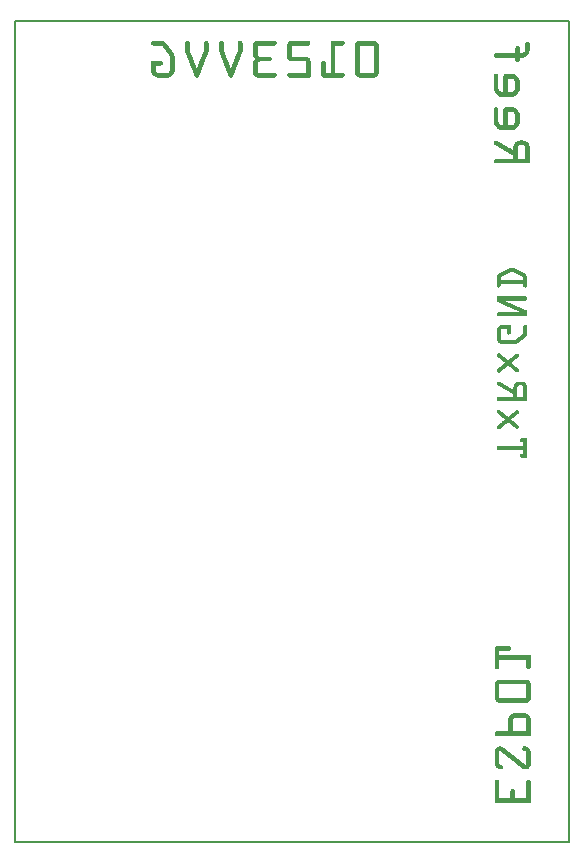
<source format=gbo>
G04 MADE WITH FRITZING*
G04 WWW.FRITZING.ORG*
G04 DOUBLE SIDED*
G04 HOLES PLATED*
G04 CONTOUR ON CENTER OF CONTOUR VECTOR*
%ASAXBY*%
%FSLAX23Y23*%
%MOIN*%
%OFA0B0*%
%SFA1.0B1.0*%
%ADD10R,1.853540X2.743860X1.837540X2.727860*%
%ADD11C,0.008000*%
%ADD12R,0.001000X0.001000*%
%LNSILK0*%
G90*
G70*
G54D11*
X4Y2740D02*
X1850Y2740D01*
X1850Y4D01*
X4Y4D01*
X4Y2740D01*
D02*
G54D12*
X463Y2675D02*
X493Y2675D01*
X576Y2675D02*
X581Y2675D01*
X639Y2675D02*
X643Y2675D01*
X690Y2675D02*
X694Y2675D01*
X752Y2675D02*
X757Y2675D01*
X810Y2675D02*
X870Y2675D01*
X923Y2675D02*
X983Y2675D01*
X1056Y2675D02*
X1097Y2675D01*
X1150Y2675D02*
X1203Y2675D01*
X461Y2674D02*
X497Y2674D01*
X575Y2674D02*
X583Y2674D01*
X637Y2674D02*
X645Y2674D01*
X688Y2674D02*
X696Y2674D01*
X750Y2674D02*
X759Y2674D01*
X807Y2674D02*
X872Y2674D01*
X921Y2674D02*
X985Y2674D01*
X1056Y2674D02*
X1099Y2674D01*
X1147Y2674D02*
X1206Y2674D01*
X460Y2673D02*
X499Y2673D01*
X573Y2673D02*
X584Y2673D01*
X636Y2673D02*
X646Y2673D01*
X687Y2673D02*
X697Y2673D01*
X749Y2673D02*
X760Y2673D01*
X805Y2673D02*
X873Y2673D01*
X919Y2673D02*
X986Y2673D01*
X1056Y2673D02*
X1100Y2673D01*
X1145Y2673D02*
X1208Y2673D01*
X459Y2672D02*
X501Y2672D01*
X573Y2672D02*
X585Y2672D01*
X635Y2672D02*
X647Y2672D01*
X686Y2672D02*
X698Y2672D01*
X748Y2672D02*
X760Y2672D01*
X804Y2672D02*
X874Y2672D01*
X917Y2672D02*
X987Y2672D01*
X1056Y2672D02*
X1101Y2672D01*
X1144Y2672D02*
X1209Y2672D01*
X1710Y2672D02*
X1714Y2672D01*
X459Y2671D02*
X502Y2671D01*
X572Y2671D02*
X585Y2671D01*
X634Y2671D02*
X648Y2671D01*
X685Y2671D02*
X699Y2671D01*
X748Y2671D02*
X761Y2671D01*
X803Y2671D02*
X874Y2671D01*
X916Y2671D02*
X988Y2671D01*
X1056Y2671D02*
X1101Y2671D01*
X1143Y2671D02*
X1210Y2671D01*
X1708Y2671D02*
X1716Y2671D01*
X458Y2670D02*
X504Y2670D01*
X572Y2670D02*
X586Y2670D01*
X634Y2670D02*
X648Y2670D01*
X685Y2670D02*
X699Y2670D01*
X747Y2670D02*
X761Y2670D01*
X802Y2670D02*
X875Y2670D01*
X915Y2670D02*
X988Y2670D01*
X1056Y2670D02*
X1102Y2670D01*
X1142Y2670D02*
X1211Y2670D01*
X1707Y2670D02*
X1717Y2670D01*
X458Y2669D02*
X505Y2669D01*
X571Y2669D02*
X586Y2669D01*
X634Y2669D02*
X648Y2669D01*
X685Y2669D02*
X699Y2669D01*
X747Y2669D02*
X762Y2669D01*
X801Y2669D02*
X875Y2669D01*
X914Y2669D02*
X988Y2669D01*
X1056Y2669D02*
X1102Y2669D01*
X1141Y2669D02*
X1212Y2669D01*
X1706Y2669D02*
X1718Y2669D01*
X458Y2668D02*
X506Y2668D01*
X571Y2668D02*
X586Y2668D01*
X634Y2668D02*
X648Y2668D01*
X684Y2668D02*
X699Y2668D01*
X747Y2668D02*
X762Y2668D01*
X800Y2668D02*
X875Y2668D01*
X914Y2668D02*
X989Y2668D01*
X1056Y2668D02*
X1102Y2668D01*
X1140Y2668D02*
X1213Y2668D01*
X1705Y2668D02*
X1718Y2668D01*
X458Y2667D02*
X507Y2667D01*
X571Y2667D02*
X586Y2667D01*
X634Y2667D02*
X649Y2667D01*
X684Y2667D02*
X699Y2667D01*
X747Y2667D02*
X762Y2667D01*
X800Y2667D02*
X875Y2667D01*
X913Y2667D02*
X988Y2667D01*
X1056Y2667D02*
X1102Y2667D01*
X1140Y2667D02*
X1213Y2667D01*
X1705Y2667D02*
X1719Y2667D01*
X458Y2666D02*
X507Y2666D01*
X571Y2666D02*
X586Y2666D01*
X634Y2666D02*
X649Y2666D01*
X684Y2666D02*
X699Y2666D01*
X747Y2666D02*
X762Y2666D01*
X799Y2666D02*
X875Y2666D01*
X913Y2666D02*
X988Y2666D01*
X1056Y2666D02*
X1102Y2666D01*
X1139Y2666D02*
X1214Y2666D01*
X1705Y2666D02*
X1719Y2666D01*
X458Y2665D02*
X508Y2665D01*
X571Y2665D02*
X586Y2665D01*
X634Y2665D02*
X649Y2665D01*
X684Y2665D02*
X699Y2665D01*
X747Y2665D02*
X762Y2665D01*
X799Y2665D02*
X875Y2665D01*
X912Y2665D02*
X988Y2665D01*
X1056Y2665D02*
X1101Y2665D01*
X1139Y2665D02*
X1214Y2665D01*
X1705Y2665D02*
X1719Y2665D01*
X459Y2664D02*
X509Y2664D01*
X571Y2664D02*
X586Y2664D01*
X634Y2664D02*
X649Y2664D01*
X684Y2664D02*
X699Y2664D01*
X747Y2664D02*
X762Y2664D01*
X798Y2664D02*
X874Y2664D01*
X912Y2664D02*
X988Y2664D01*
X1056Y2664D02*
X1101Y2664D01*
X1139Y2664D02*
X1215Y2664D01*
X1705Y2664D02*
X1719Y2664D01*
X459Y2663D02*
X510Y2663D01*
X571Y2663D02*
X586Y2663D01*
X634Y2663D02*
X649Y2663D01*
X684Y2663D02*
X699Y2663D01*
X747Y2663D02*
X762Y2663D01*
X798Y2663D02*
X874Y2663D01*
X912Y2663D02*
X987Y2663D01*
X1056Y2663D02*
X1100Y2663D01*
X1138Y2663D02*
X1215Y2663D01*
X1705Y2663D02*
X1719Y2663D01*
X460Y2662D02*
X510Y2662D01*
X571Y2662D02*
X586Y2662D01*
X634Y2662D02*
X649Y2662D01*
X684Y2662D02*
X699Y2662D01*
X747Y2662D02*
X762Y2662D01*
X798Y2662D02*
X873Y2662D01*
X911Y2662D02*
X986Y2662D01*
X1056Y2662D02*
X1100Y2662D01*
X1138Y2662D02*
X1215Y2662D01*
X1705Y2662D02*
X1719Y2662D01*
X461Y2661D02*
X511Y2661D01*
X571Y2661D02*
X586Y2661D01*
X634Y2661D02*
X649Y2661D01*
X684Y2661D02*
X699Y2661D01*
X747Y2661D02*
X762Y2661D01*
X798Y2661D02*
X872Y2661D01*
X911Y2661D02*
X985Y2661D01*
X1056Y2661D02*
X1098Y2661D01*
X1138Y2661D02*
X1215Y2661D01*
X1705Y2661D02*
X1719Y2661D01*
X463Y2660D02*
X512Y2660D01*
X571Y2660D02*
X586Y2660D01*
X634Y2660D02*
X649Y2660D01*
X684Y2660D02*
X699Y2660D01*
X747Y2660D02*
X762Y2660D01*
X798Y2660D02*
X870Y2660D01*
X911Y2660D02*
X983Y2660D01*
X1056Y2660D02*
X1096Y2660D01*
X1138Y2660D02*
X1215Y2660D01*
X1705Y2660D02*
X1719Y2660D01*
X492Y2659D02*
X513Y2659D01*
X571Y2659D02*
X586Y2659D01*
X634Y2659D02*
X649Y2659D01*
X684Y2659D02*
X699Y2659D01*
X747Y2659D02*
X762Y2659D01*
X798Y2659D02*
X813Y2659D01*
X911Y2659D02*
X926Y2659D01*
X1056Y2659D02*
X1071Y2659D01*
X1138Y2659D02*
X1153Y2659D01*
X1200Y2659D02*
X1215Y2659D01*
X1705Y2659D02*
X1719Y2659D01*
X494Y2658D02*
X514Y2658D01*
X571Y2658D02*
X586Y2658D01*
X634Y2658D02*
X649Y2658D01*
X684Y2658D02*
X699Y2658D01*
X747Y2658D02*
X762Y2658D01*
X798Y2658D02*
X813Y2658D01*
X911Y2658D02*
X926Y2658D01*
X1056Y2658D02*
X1071Y2658D01*
X1138Y2658D02*
X1153Y2658D01*
X1200Y2658D02*
X1215Y2658D01*
X1705Y2658D02*
X1719Y2658D01*
X495Y2657D02*
X514Y2657D01*
X571Y2657D02*
X586Y2657D01*
X634Y2657D02*
X649Y2657D01*
X684Y2657D02*
X699Y2657D01*
X747Y2657D02*
X762Y2657D01*
X798Y2657D02*
X813Y2657D01*
X911Y2657D02*
X926Y2657D01*
X1056Y2657D02*
X1071Y2657D01*
X1138Y2657D02*
X1153Y2657D01*
X1200Y2657D02*
X1215Y2657D01*
X1678Y2657D02*
X1681Y2657D01*
X1705Y2657D02*
X1719Y2657D01*
X496Y2656D02*
X515Y2656D01*
X571Y2656D02*
X586Y2656D01*
X634Y2656D02*
X649Y2656D01*
X684Y2656D02*
X699Y2656D01*
X747Y2656D02*
X762Y2656D01*
X798Y2656D02*
X813Y2656D01*
X911Y2656D02*
X926Y2656D01*
X1056Y2656D02*
X1071Y2656D01*
X1138Y2656D02*
X1153Y2656D01*
X1200Y2656D02*
X1215Y2656D01*
X1675Y2656D02*
X1683Y2656D01*
X1705Y2656D02*
X1719Y2656D01*
X497Y2655D02*
X516Y2655D01*
X571Y2655D02*
X586Y2655D01*
X634Y2655D02*
X649Y2655D01*
X684Y2655D02*
X699Y2655D01*
X747Y2655D02*
X762Y2655D01*
X798Y2655D02*
X813Y2655D01*
X911Y2655D02*
X926Y2655D01*
X1056Y2655D02*
X1071Y2655D01*
X1138Y2655D02*
X1153Y2655D01*
X1200Y2655D02*
X1215Y2655D01*
X1674Y2655D02*
X1684Y2655D01*
X1705Y2655D02*
X1719Y2655D01*
X497Y2654D02*
X517Y2654D01*
X571Y2654D02*
X586Y2654D01*
X634Y2654D02*
X649Y2654D01*
X684Y2654D02*
X699Y2654D01*
X747Y2654D02*
X762Y2654D01*
X798Y2654D02*
X813Y2654D01*
X911Y2654D02*
X926Y2654D01*
X1056Y2654D02*
X1071Y2654D01*
X1138Y2654D02*
X1153Y2654D01*
X1200Y2654D02*
X1215Y2654D01*
X1673Y2654D02*
X1685Y2654D01*
X1705Y2654D02*
X1719Y2654D01*
X498Y2653D02*
X517Y2653D01*
X571Y2653D02*
X586Y2653D01*
X634Y2653D02*
X649Y2653D01*
X684Y2653D02*
X699Y2653D01*
X747Y2653D02*
X762Y2653D01*
X798Y2653D02*
X813Y2653D01*
X911Y2653D02*
X926Y2653D01*
X1056Y2653D02*
X1071Y2653D01*
X1138Y2653D02*
X1153Y2653D01*
X1200Y2653D02*
X1215Y2653D01*
X1673Y2653D02*
X1686Y2653D01*
X1705Y2653D02*
X1719Y2653D01*
X499Y2652D02*
X518Y2652D01*
X571Y2652D02*
X586Y2652D01*
X634Y2652D02*
X649Y2652D01*
X684Y2652D02*
X699Y2652D01*
X747Y2652D02*
X762Y2652D01*
X798Y2652D02*
X813Y2652D01*
X911Y2652D02*
X926Y2652D01*
X1056Y2652D02*
X1071Y2652D01*
X1138Y2652D02*
X1153Y2652D01*
X1200Y2652D02*
X1215Y2652D01*
X1672Y2652D02*
X1686Y2652D01*
X1705Y2652D02*
X1719Y2652D01*
X500Y2651D02*
X519Y2651D01*
X571Y2651D02*
X586Y2651D01*
X634Y2651D02*
X649Y2651D01*
X684Y2651D02*
X699Y2651D01*
X747Y2651D02*
X762Y2651D01*
X798Y2651D02*
X813Y2651D01*
X911Y2651D02*
X926Y2651D01*
X1056Y2651D02*
X1071Y2651D01*
X1138Y2651D02*
X1153Y2651D01*
X1200Y2651D02*
X1215Y2651D01*
X1672Y2651D02*
X1686Y2651D01*
X1705Y2651D02*
X1719Y2651D01*
X501Y2650D02*
X520Y2650D01*
X571Y2650D02*
X586Y2650D01*
X634Y2650D02*
X649Y2650D01*
X684Y2650D02*
X699Y2650D01*
X747Y2650D02*
X762Y2650D01*
X798Y2650D02*
X813Y2650D01*
X911Y2650D02*
X926Y2650D01*
X1056Y2650D02*
X1071Y2650D01*
X1138Y2650D02*
X1153Y2650D01*
X1200Y2650D02*
X1215Y2650D01*
X1672Y2650D02*
X1686Y2650D01*
X1705Y2650D02*
X1719Y2650D01*
X501Y2649D02*
X521Y2649D01*
X571Y2649D02*
X586Y2649D01*
X634Y2649D02*
X649Y2649D01*
X684Y2649D02*
X699Y2649D01*
X747Y2649D02*
X762Y2649D01*
X798Y2649D02*
X813Y2649D01*
X911Y2649D02*
X926Y2649D01*
X1056Y2649D02*
X1071Y2649D01*
X1138Y2649D02*
X1153Y2649D01*
X1200Y2649D02*
X1215Y2649D01*
X1672Y2649D02*
X1686Y2649D01*
X1705Y2649D02*
X1719Y2649D01*
X502Y2648D02*
X521Y2648D01*
X571Y2648D02*
X586Y2648D01*
X634Y2648D02*
X649Y2648D01*
X684Y2648D02*
X699Y2648D01*
X747Y2648D02*
X762Y2648D01*
X798Y2648D02*
X813Y2648D01*
X911Y2648D02*
X926Y2648D01*
X1056Y2648D02*
X1071Y2648D01*
X1138Y2648D02*
X1153Y2648D01*
X1200Y2648D02*
X1215Y2648D01*
X1672Y2648D02*
X1686Y2648D01*
X1705Y2648D02*
X1719Y2648D01*
X503Y2647D02*
X522Y2647D01*
X571Y2647D02*
X586Y2647D01*
X634Y2647D02*
X649Y2647D01*
X684Y2647D02*
X699Y2647D01*
X747Y2647D02*
X762Y2647D01*
X798Y2647D02*
X813Y2647D01*
X911Y2647D02*
X926Y2647D01*
X1056Y2647D02*
X1071Y2647D01*
X1138Y2647D02*
X1153Y2647D01*
X1200Y2647D02*
X1215Y2647D01*
X1672Y2647D02*
X1686Y2647D01*
X1705Y2647D02*
X1719Y2647D01*
X504Y2646D02*
X523Y2646D01*
X571Y2646D02*
X586Y2646D01*
X634Y2646D02*
X649Y2646D01*
X684Y2646D02*
X699Y2646D01*
X747Y2646D02*
X762Y2646D01*
X798Y2646D02*
X813Y2646D01*
X911Y2646D02*
X926Y2646D01*
X1056Y2646D02*
X1071Y2646D01*
X1138Y2646D02*
X1153Y2646D01*
X1200Y2646D02*
X1215Y2646D01*
X1672Y2646D02*
X1686Y2646D01*
X1705Y2646D02*
X1719Y2646D01*
X504Y2645D02*
X524Y2645D01*
X571Y2645D02*
X586Y2645D01*
X634Y2645D02*
X649Y2645D01*
X684Y2645D02*
X699Y2645D01*
X747Y2645D02*
X762Y2645D01*
X798Y2645D02*
X813Y2645D01*
X911Y2645D02*
X926Y2645D01*
X1056Y2645D02*
X1071Y2645D01*
X1138Y2645D02*
X1153Y2645D01*
X1200Y2645D02*
X1215Y2645D01*
X1672Y2645D02*
X1686Y2645D01*
X1704Y2645D02*
X1719Y2645D01*
X505Y2644D02*
X524Y2644D01*
X571Y2644D02*
X586Y2644D01*
X634Y2644D02*
X649Y2644D01*
X684Y2644D02*
X699Y2644D01*
X747Y2644D02*
X762Y2644D01*
X798Y2644D02*
X813Y2644D01*
X911Y2644D02*
X926Y2644D01*
X1056Y2644D02*
X1071Y2644D01*
X1138Y2644D02*
X1153Y2644D01*
X1200Y2644D02*
X1215Y2644D01*
X1672Y2644D02*
X1686Y2644D01*
X1704Y2644D02*
X1719Y2644D01*
X506Y2643D02*
X525Y2643D01*
X571Y2643D02*
X586Y2643D01*
X634Y2643D02*
X649Y2643D01*
X684Y2643D02*
X699Y2643D01*
X747Y2643D02*
X762Y2643D01*
X798Y2643D02*
X813Y2643D01*
X911Y2643D02*
X926Y2643D01*
X1056Y2643D02*
X1071Y2643D01*
X1138Y2643D02*
X1153Y2643D01*
X1200Y2643D02*
X1215Y2643D01*
X1672Y2643D02*
X1686Y2643D01*
X1704Y2643D02*
X1719Y2643D01*
X507Y2642D02*
X526Y2642D01*
X571Y2642D02*
X586Y2642D01*
X633Y2642D02*
X649Y2642D01*
X684Y2642D02*
X699Y2642D01*
X747Y2642D02*
X762Y2642D01*
X798Y2642D02*
X813Y2642D01*
X911Y2642D02*
X926Y2642D01*
X1056Y2642D02*
X1071Y2642D01*
X1138Y2642D02*
X1153Y2642D01*
X1200Y2642D02*
X1215Y2642D01*
X1672Y2642D02*
X1686Y2642D01*
X1704Y2642D02*
X1719Y2642D01*
X508Y2641D02*
X527Y2641D01*
X571Y2641D02*
X586Y2641D01*
X633Y2641D02*
X649Y2641D01*
X684Y2641D02*
X700Y2641D01*
X746Y2641D02*
X762Y2641D01*
X798Y2641D02*
X813Y2641D01*
X911Y2641D02*
X926Y2641D01*
X1056Y2641D02*
X1071Y2641D01*
X1138Y2641D02*
X1153Y2641D01*
X1200Y2641D02*
X1215Y2641D01*
X1672Y2641D02*
X1686Y2641D01*
X1703Y2641D02*
X1719Y2641D01*
X508Y2640D02*
X527Y2640D01*
X571Y2640D02*
X587Y2640D01*
X633Y2640D02*
X649Y2640D01*
X684Y2640D02*
X700Y2640D01*
X746Y2640D02*
X762Y2640D01*
X798Y2640D02*
X813Y2640D01*
X911Y2640D02*
X926Y2640D01*
X1056Y2640D02*
X1071Y2640D01*
X1138Y2640D02*
X1153Y2640D01*
X1200Y2640D02*
X1215Y2640D01*
X1672Y2640D02*
X1686Y2640D01*
X1703Y2640D02*
X1718Y2640D01*
X509Y2639D02*
X528Y2639D01*
X571Y2639D02*
X587Y2639D01*
X632Y2639D02*
X648Y2639D01*
X685Y2639D02*
X701Y2639D01*
X746Y2639D02*
X762Y2639D01*
X798Y2639D02*
X813Y2639D01*
X911Y2639D02*
X926Y2639D01*
X1056Y2639D02*
X1071Y2639D01*
X1138Y2639D02*
X1153Y2639D01*
X1200Y2639D02*
X1215Y2639D01*
X1672Y2639D02*
X1686Y2639D01*
X1702Y2639D02*
X1718Y2639D01*
X510Y2638D02*
X529Y2638D01*
X572Y2638D02*
X588Y2638D01*
X632Y2638D02*
X648Y2638D01*
X685Y2638D02*
X701Y2638D01*
X745Y2638D02*
X761Y2638D01*
X798Y2638D02*
X813Y2638D01*
X911Y2638D02*
X926Y2638D01*
X1056Y2638D02*
X1071Y2638D01*
X1138Y2638D02*
X1153Y2638D01*
X1200Y2638D02*
X1215Y2638D01*
X1672Y2638D02*
X1686Y2638D01*
X1701Y2638D02*
X1718Y2638D01*
X511Y2637D02*
X530Y2637D01*
X572Y2637D02*
X588Y2637D01*
X632Y2637D02*
X648Y2637D01*
X685Y2637D02*
X701Y2637D01*
X745Y2637D02*
X761Y2637D01*
X798Y2637D02*
X813Y2637D01*
X911Y2637D02*
X926Y2637D01*
X1056Y2637D02*
X1071Y2637D01*
X1138Y2637D02*
X1153Y2637D01*
X1200Y2637D02*
X1215Y2637D01*
X1672Y2637D02*
X1686Y2637D01*
X1700Y2637D02*
X1718Y2637D01*
X511Y2636D02*
X530Y2636D01*
X572Y2636D02*
X588Y2636D01*
X631Y2636D02*
X647Y2636D01*
X686Y2636D02*
X702Y2636D01*
X744Y2636D02*
X761Y2636D01*
X798Y2636D02*
X813Y2636D01*
X911Y2636D02*
X926Y2636D01*
X1056Y2636D02*
X1071Y2636D01*
X1138Y2636D02*
X1153Y2636D01*
X1200Y2636D02*
X1215Y2636D01*
X1672Y2636D02*
X1686Y2636D01*
X1699Y2636D02*
X1717Y2636D01*
X512Y2635D02*
X531Y2635D01*
X573Y2635D02*
X589Y2635D01*
X631Y2635D02*
X647Y2635D01*
X686Y2635D02*
X702Y2635D01*
X744Y2635D02*
X760Y2635D01*
X798Y2635D02*
X813Y2635D01*
X911Y2635D02*
X926Y2635D01*
X1056Y2635D02*
X1071Y2635D01*
X1138Y2635D02*
X1153Y2635D01*
X1200Y2635D02*
X1215Y2635D01*
X1672Y2635D02*
X1686Y2635D01*
X1697Y2635D02*
X1717Y2635D01*
X513Y2634D02*
X532Y2634D01*
X573Y2634D02*
X589Y2634D01*
X630Y2634D02*
X647Y2634D01*
X687Y2634D02*
X703Y2634D01*
X744Y2634D02*
X760Y2634D01*
X798Y2634D02*
X813Y2634D01*
X911Y2634D02*
X926Y2634D01*
X1056Y2634D02*
X1071Y2634D01*
X1138Y2634D02*
X1153Y2634D01*
X1200Y2634D02*
X1215Y2634D01*
X1606Y2634D02*
X1716Y2634D01*
X514Y2633D02*
X532Y2633D01*
X574Y2633D02*
X590Y2633D01*
X630Y2633D02*
X646Y2633D01*
X687Y2633D02*
X703Y2633D01*
X743Y2633D02*
X759Y2633D01*
X798Y2633D02*
X813Y2633D01*
X911Y2633D02*
X926Y2633D01*
X1056Y2633D02*
X1071Y2633D01*
X1138Y2633D02*
X1153Y2633D01*
X1200Y2633D02*
X1215Y2633D01*
X1603Y2633D02*
X1716Y2633D01*
X515Y2632D02*
X532Y2632D01*
X574Y2632D02*
X590Y2632D01*
X630Y2632D02*
X646Y2632D01*
X687Y2632D02*
X703Y2632D01*
X743Y2632D02*
X759Y2632D01*
X798Y2632D02*
X813Y2632D01*
X911Y2632D02*
X926Y2632D01*
X1056Y2632D02*
X1071Y2632D01*
X1138Y2632D02*
X1153Y2632D01*
X1200Y2632D02*
X1215Y2632D01*
X1602Y2632D02*
X1715Y2632D01*
X515Y2631D02*
X533Y2631D01*
X574Y2631D02*
X590Y2631D01*
X629Y2631D02*
X645Y2631D01*
X688Y2631D02*
X704Y2631D01*
X743Y2631D02*
X759Y2631D01*
X798Y2631D02*
X813Y2631D01*
X911Y2631D02*
X926Y2631D01*
X1056Y2631D02*
X1071Y2631D01*
X1138Y2631D02*
X1153Y2631D01*
X1200Y2631D02*
X1215Y2631D01*
X1601Y2631D02*
X1715Y2631D01*
X516Y2630D02*
X533Y2630D01*
X575Y2630D02*
X591Y2630D01*
X629Y2630D02*
X645Y2630D01*
X688Y2630D02*
X704Y2630D01*
X742Y2630D02*
X758Y2630D01*
X798Y2630D02*
X813Y2630D01*
X911Y2630D02*
X926Y2630D01*
X1056Y2630D02*
X1071Y2630D01*
X1138Y2630D02*
X1153Y2630D01*
X1200Y2630D02*
X1215Y2630D01*
X1601Y2630D02*
X1714Y2630D01*
X517Y2629D02*
X534Y2629D01*
X575Y2629D02*
X591Y2629D01*
X628Y2629D02*
X645Y2629D01*
X688Y2629D02*
X705Y2629D01*
X742Y2629D02*
X758Y2629D01*
X798Y2629D02*
X813Y2629D01*
X911Y2629D02*
X926Y2629D01*
X1056Y2629D02*
X1071Y2629D01*
X1138Y2629D02*
X1153Y2629D01*
X1200Y2629D02*
X1215Y2629D01*
X1600Y2629D02*
X1713Y2629D01*
X518Y2628D02*
X534Y2628D01*
X575Y2628D02*
X592Y2628D01*
X628Y2628D02*
X644Y2628D01*
X689Y2628D02*
X705Y2628D01*
X741Y2628D02*
X758Y2628D01*
X798Y2628D02*
X813Y2628D01*
X911Y2628D02*
X926Y2628D01*
X1056Y2628D02*
X1071Y2628D01*
X1138Y2628D02*
X1153Y2628D01*
X1200Y2628D02*
X1215Y2628D01*
X1600Y2628D02*
X1712Y2628D01*
X518Y2627D02*
X534Y2627D01*
X576Y2627D02*
X592Y2627D01*
X628Y2627D02*
X644Y2627D01*
X689Y2627D02*
X705Y2627D01*
X741Y2627D02*
X757Y2627D01*
X798Y2627D02*
X813Y2627D01*
X911Y2627D02*
X926Y2627D01*
X1056Y2627D02*
X1071Y2627D01*
X1138Y2627D02*
X1153Y2627D01*
X1200Y2627D02*
X1215Y2627D01*
X1600Y2627D02*
X1711Y2627D01*
X519Y2626D02*
X534Y2626D01*
X576Y2626D02*
X592Y2626D01*
X627Y2626D02*
X643Y2626D01*
X690Y2626D02*
X706Y2626D01*
X741Y2626D02*
X757Y2626D01*
X798Y2626D02*
X814Y2626D01*
X911Y2626D02*
X926Y2626D01*
X1056Y2626D02*
X1071Y2626D01*
X1138Y2626D02*
X1153Y2626D01*
X1200Y2626D02*
X1215Y2626D01*
X1600Y2626D02*
X1710Y2626D01*
X519Y2625D02*
X535Y2625D01*
X577Y2625D02*
X593Y2625D01*
X627Y2625D02*
X643Y2625D01*
X690Y2625D02*
X706Y2625D01*
X740Y2625D02*
X756Y2625D01*
X798Y2625D02*
X815Y2625D01*
X911Y2625D02*
X926Y2625D01*
X1056Y2625D02*
X1071Y2625D01*
X1138Y2625D02*
X1153Y2625D01*
X1200Y2625D02*
X1215Y2625D01*
X1600Y2625D02*
X1709Y2625D01*
X520Y2624D02*
X535Y2624D01*
X577Y2624D02*
X593Y2624D01*
X626Y2624D02*
X643Y2624D01*
X690Y2624D02*
X706Y2624D01*
X740Y2624D02*
X756Y2624D01*
X799Y2624D02*
X816Y2624D01*
X911Y2624D02*
X926Y2624D01*
X1056Y2624D02*
X1071Y2624D01*
X1138Y2624D02*
X1153Y2624D01*
X1200Y2624D02*
X1215Y2624D01*
X1600Y2624D02*
X1708Y2624D01*
X520Y2623D02*
X535Y2623D01*
X577Y2623D02*
X594Y2623D01*
X626Y2623D02*
X642Y2623D01*
X691Y2623D02*
X707Y2623D01*
X739Y2623D02*
X756Y2623D01*
X799Y2623D02*
X817Y2623D01*
X911Y2623D02*
X926Y2623D01*
X1056Y2623D02*
X1071Y2623D01*
X1138Y2623D02*
X1153Y2623D01*
X1200Y2623D02*
X1215Y2623D01*
X1601Y2623D02*
X1707Y2623D01*
X520Y2622D02*
X535Y2622D01*
X578Y2622D02*
X594Y2622D01*
X626Y2622D02*
X642Y2622D01*
X691Y2622D02*
X707Y2622D01*
X739Y2622D02*
X755Y2622D01*
X799Y2622D02*
X853Y2622D01*
X911Y2622D02*
X926Y2622D01*
X1056Y2622D02*
X1071Y2622D01*
X1138Y2622D02*
X1153Y2622D01*
X1200Y2622D02*
X1215Y2622D01*
X1601Y2622D02*
X1705Y2622D01*
X520Y2621D02*
X535Y2621D01*
X578Y2621D02*
X594Y2621D01*
X625Y2621D02*
X641Y2621D01*
X692Y2621D02*
X708Y2621D01*
X739Y2621D02*
X755Y2621D01*
X800Y2621D02*
X856Y2621D01*
X911Y2621D02*
X978Y2621D01*
X1056Y2621D02*
X1071Y2621D01*
X1138Y2621D02*
X1153Y2621D01*
X1200Y2621D02*
X1215Y2621D01*
X1602Y2621D02*
X1703Y2621D01*
X520Y2620D02*
X535Y2620D01*
X579Y2620D02*
X595Y2620D01*
X625Y2620D02*
X641Y2620D01*
X692Y2620D02*
X708Y2620D01*
X738Y2620D02*
X754Y2620D01*
X800Y2620D02*
X857Y2620D01*
X911Y2620D02*
X980Y2620D01*
X1056Y2620D02*
X1071Y2620D01*
X1138Y2620D02*
X1153Y2620D01*
X1200Y2620D02*
X1215Y2620D01*
X1603Y2620D02*
X1700Y2620D01*
X520Y2619D02*
X535Y2619D01*
X579Y2619D02*
X595Y2619D01*
X624Y2619D02*
X641Y2619D01*
X692Y2619D02*
X708Y2619D01*
X738Y2619D02*
X754Y2619D01*
X801Y2619D02*
X858Y2619D01*
X911Y2619D02*
X982Y2619D01*
X1056Y2619D02*
X1071Y2619D01*
X1138Y2619D02*
X1153Y2619D01*
X1200Y2619D02*
X1215Y2619D01*
X1605Y2619D02*
X1696Y2619D01*
X520Y2618D02*
X535Y2618D01*
X579Y2618D02*
X596Y2618D01*
X624Y2618D02*
X640Y2618D01*
X693Y2618D02*
X709Y2618D01*
X737Y2618D02*
X754Y2618D01*
X801Y2618D02*
X859Y2618D01*
X912Y2618D02*
X983Y2618D01*
X1056Y2618D02*
X1071Y2618D01*
X1138Y2618D02*
X1153Y2618D01*
X1200Y2618D02*
X1215Y2618D01*
X1672Y2618D02*
X1686Y2618D01*
X520Y2617D02*
X535Y2617D01*
X580Y2617D02*
X596Y2617D01*
X624Y2617D02*
X640Y2617D01*
X693Y2617D02*
X709Y2617D01*
X737Y2617D02*
X753Y2617D01*
X802Y2617D02*
X859Y2617D01*
X912Y2617D02*
X984Y2617D01*
X1056Y2617D02*
X1071Y2617D01*
X1138Y2617D02*
X1153Y2617D01*
X1200Y2617D02*
X1215Y2617D01*
X1672Y2617D02*
X1686Y2617D01*
X520Y2616D02*
X535Y2616D01*
X580Y2616D02*
X596Y2616D01*
X623Y2616D02*
X640Y2616D01*
X694Y2616D02*
X710Y2616D01*
X737Y2616D02*
X753Y2616D01*
X803Y2616D02*
X859Y2616D01*
X912Y2616D02*
X985Y2616D01*
X1056Y2616D02*
X1071Y2616D01*
X1138Y2616D02*
X1153Y2616D01*
X1200Y2616D02*
X1215Y2616D01*
X1672Y2616D02*
X1686Y2616D01*
X520Y2615D02*
X535Y2615D01*
X581Y2615D02*
X597Y2615D01*
X623Y2615D02*
X639Y2615D01*
X694Y2615D02*
X710Y2615D01*
X736Y2615D02*
X752Y2615D01*
X803Y2615D02*
X860Y2615D01*
X913Y2615D02*
X986Y2615D01*
X1056Y2615D02*
X1071Y2615D01*
X1138Y2615D02*
X1153Y2615D01*
X1200Y2615D02*
X1215Y2615D01*
X1672Y2615D02*
X1686Y2615D01*
X520Y2614D02*
X535Y2614D01*
X581Y2614D02*
X597Y2614D01*
X623Y2614D02*
X639Y2614D01*
X694Y2614D02*
X710Y2614D01*
X736Y2614D02*
X752Y2614D01*
X804Y2614D02*
X860Y2614D01*
X913Y2614D02*
X986Y2614D01*
X1056Y2614D02*
X1071Y2614D01*
X1138Y2614D02*
X1153Y2614D01*
X1200Y2614D02*
X1215Y2614D01*
X1672Y2614D02*
X1686Y2614D01*
X520Y2613D02*
X535Y2613D01*
X581Y2613D02*
X597Y2613D01*
X622Y2613D02*
X638Y2613D01*
X695Y2613D02*
X711Y2613D01*
X735Y2613D02*
X752Y2613D01*
X803Y2613D02*
X860Y2613D01*
X914Y2613D02*
X987Y2613D01*
X1056Y2613D02*
X1071Y2613D01*
X1138Y2613D02*
X1153Y2613D01*
X1200Y2613D02*
X1215Y2613D01*
X1672Y2613D02*
X1686Y2613D01*
X520Y2612D02*
X535Y2612D01*
X582Y2612D02*
X598Y2612D01*
X622Y2612D02*
X638Y2612D01*
X695Y2612D02*
X711Y2612D01*
X735Y2612D02*
X751Y2612D01*
X802Y2612D02*
X859Y2612D01*
X915Y2612D02*
X987Y2612D01*
X1056Y2612D02*
X1071Y2612D01*
X1138Y2612D02*
X1153Y2612D01*
X1200Y2612D02*
X1215Y2612D01*
X1672Y2612D02*
X1686Y2612D01*
X520Y2611D02*
X535Y2611D01*
X582Y2611D02*
X598Y2611D01*
X621Y2611D02*
X638Y2611D01*
X695Y2611D02*
X712Y2611D01*
X735Y2611D02*
X751Y2611D01*
X802Y2611D02*
X859Y2611D01*
X916Y2611D02*
X988Y2611D01*
X1056Y2611D02*
X1071Y2611D01*
X1138Y2611D02*
X1153Y2611D01*
X1200Y2611D02*
X1215Y2611D01*
X1672Y2611D02*
X1686Y2611D01*
X520Y2610D02*
X535Y2610D01*
X583Y2610D02*
X599Y2610D01*
X621Y2610D02*
X637Y2610D01*
X696Y2610D02*
X712Y2610D01*
X734Y2610D02*
X751Y2610D01*
X801Y2610D02*
X858Y2610D01*
X917Y2610D02*
X988Y2610D01*
X1056Y2610D02*
X1071Y2610D01*
X1138Y2610D02*
X1153Y2610D01*
X1200Y2610D02*
X1215Y2610D01*
X1672Y2610D02*
X1686Y2610D01*
X520Y2609D02*
X535Y2609D01*
X583Y2609D02*
X599Y2609D01*
X621Y2609D02*
X637Y2609D01*
X696Y2609D02*
X712Y2609D01*
X734Y2609D02*
X750Y2609D01*
X801Y2609D02*
X858Y2609D01*
X918Y2609D02*
X988Y2609D01*
X1056Y2609D02*
X1071Y2609D01*
X1138Y2609D02*
X1153Y2609D01*
X1200Y2609D02*
X1215Y2609D01*
X1672Y2609D02*
X1686Y2609D01*
X458Y2608D02*
X492Y2608D01*
X520Y2608D02*
X535Y2608D01*
X583Y2608D02*
X599Y2608D01*
X620Y2608D02*
X636Y2608D01*
X697Y2608D02*
X713Y2608D01*
X734Y2608D02*
X750Y2608D01*
X800Y2608D02*
X857Y2608D01*
X920Y2608D02*
X988Y2608D01*
X1029Y2608D02*
X1035Y2608D01*
X1056Y2608D02*
X1071Y2608D01*
X1138Y2608D02*
X1153Y2608D01*
X1200Y2608D02*
X1215Y2608D01*
X1672Y2608D02*
X1686Y2608D01*
X458Y2607D02*
X493Y2607D01*
X520Y2607D02*
X535Y2607D01*
X584Y2607D02*
X600Y2607D01*
X620Y2607D02*
X636Y2607D01*
X697Y2607D02*
X713Y2607D01*
X733Y2607D02*
X749Y2607D01*
X800Y2607D02*
X855Y2607D01*
X922Y2607D02*
X988Y2607D01*
X1028Y2607D02*
X1036Y2607D01*
X1056Y2607D02*
X1071Y2607D01*
X1138Y2607D02*
X1153Y2607D01*
X1200Y2607D02*
X1215Y2607D01*
X1673Y2607D02*
X1685Y2607D01*
X458Y2606D02*
X494Y2606D01*
X520Y2606D02*
X535Y2606D01*
X584Y2606D02*
X600Y2606D01*
X619Y2606D02*
X636Y2606D01*
X697Y2606D02*
X714Y2606D01*
X733Y2606D02*
X749Y2606D01*
X799Y2606D02*
X819Y2606D01*
X973Y2606D02*
X989Y2606D01*
X1027Y2606D02*
X1037Y2606D01*
X1056Y2606D02*
X1071Y2606D01*
X1138Y2606D02*
X1153Y2606D01*
X1200Y2606D02*
X1215Y2606D01*
X1674Y2606D02*
X1684Y2606D01*
X458Y2605D02*
X495Y2605D01*
X520Y2605D02*
X535Y2605D01*
X584Y2605D02*
X601Y2605D01*
X619Y2605D02*
X635Y2605D01*
X698Y2605D02*
X714Y2605D01*
X732Y2605D02*
X749Y2605D01*
X799Y2605D02*
X817Y2605D01*
X974Y2605D02*
X989Y2605D01*
X1026Y2605D02*
X1038Y2605D01*
X1056Y2605D02*
X1071Y2605D01*
X1138Y2605D02*
X1153Y2605D01*
X1200Y2605D02*
X1215Y2605D01*
X1675Y2605D02*
X1683Y2605D01*
X458Y2604D02*
X495Y2604D01*
X520Y2604D02*
X535Y2604D01*
X585Y2604D02*
X601Y2604D01*
X619Y2604D02*
X635Y2604D01*
X698Y2604D02*
X714Y2604D01*
X732Y2604D02*
X748Y2604D01*
X799Y2604D02*
X815Y2604D01*
X974Y2604D02*
X989Y2604D01*
X1025Y2604D02*
X1039Y2604D01*
X1056Y2604D02*
X1071Y2604D01*
X1138Y2604D02*
X1153Y2604D01*
X1200Y2604D02*
X1215Y2604D01*
X1677Y2604D02*
X1682Y2604D01*
X458Y2603D02*
X496Y2603D01*
X520Y2603D02*
X535Y2603D01*
X585Y2603D02*
X601Y2603D01*
X618Y2603D02*
X634Y2603D01*
X699Y2603D02*
X715Y2603D01*
X732Y2603D02*
X748Y2603D01*
X798Y2603D02*
X814Y2603D01*
X974Y2603D02*
X989Y2603D01*
X1025Y2603D02*
X1039Y2603D01*
X1056Y2603D02*
X1071Y2603D01*
X1138Y2603D02*
X1153Y2603D01*
X1200Y2603D02*
X1215Y2603D01*
X458Y2602D02*
X496Y2602D01*
X520Y2602D02*
X535Y2602D01*
X586Y2602D02*
X602Y2602D01*
X618Y2602D02*
X634Y2602D01*
X699Y2602D02*
X715Y2602D01*
X731Y2602D02*
X747Y2602D01*
X798Y2602D02*
X814Y2602D01*
X974Y2602D02*
X989Y2602D01*
X1025Y2602D02*
X1039Y2602D01*
X1056Y2602D02*
X1071Y2602D01*
X1138Y2602D02*
X1153Y2602D01*
X1200Y2602D02*
X1215Y2602D01*
X458Y2601D02*
X496Y2601D01*
X520Y2601D02*
X535Y2601D01*
X586Y2601D02*
X602Y2601D01*
X617Y2601D02*
X634Y2601D01*
X699Y2601D02*
X716Y2601D01*
X731Y2601D02*
X747Y2601D01*
X798Y2601D02*
X813Y2601D01*
X974Y2601D02*
X989Y2601D01*
X1025Y2601D02*
X1039Y2601D01*
X1056Y2601D02*
X1071Y2601D01*
X1138Y2601D02*
X1153Y2601D01*
X1200Y2601D02*
X1215Y2601D01*
X458Y2600D02*
X496Y2600D01*
X520Y2600D02*
X535Y2600D01*
X586Y2600D02*
X603Y2600D01*
X617Y2600D02*
X633Y2600D01*
X700Y2600D02*
X716Y2600D01*
X730Y2600D02*
X747Y2600D01*
X798Y2600D02*
X813Y2600D01*
X974Y2600D02*
X989Y2600D01*
X1024Y2600D02*
X1039Y2600D01*
X1056Y2600D02*
X1071Y2600D01*
X1138Y2600D02*
X1153Y2600D01*
X1200Y2600D02*
X1215Y2600D01*
X458Y2599D02*
X496Y2599D01*
X520Y2599D02*
X535Y2599D01*
X587Y2599D02*
X603Y2599D01*
X617Y2599D02*
X633Y2599D01*
X700Y2599D02*
X716Y2599D01*
X730Y2599D02*
X746Y2599D01*
X798Y2599D02*
X813Y2599D01*
X974Y2599D02*
X989Y2599D01*
X1024Y2599D02*
X1039Y2599D01*
X1056Y2599D02*
X1071Y2599D01*
X1138Y2599D02*
X1153Y2599D01*
X1200Y2599D02*
X1215Y2599D01*
X458Y2598D02*
X496Y2598D01*
X520Y2598D02*
X535Y2598D01*
X587Y2598D02*
X603Y2598D01*
X616Y2598D02*
X633Y2598D01*
X701Y2598D02*
X717Y2598D01*
X730Y2598D02*
X746Y2598D01*
X798Y2598D02*
X813Y2598D01*
X974Y2598D02*
X989Y2598D01*
X1024Y2598D02*
X1039Y2598D01*
X1056Y2598D02*
X1071Y2598D01*
X1138Y2598D02*
X1153Y2598D01*
X1200Y2598D02*
X1215Y2598D01*
X458Y2597D02*
X495Y2597D01*
X520Y2597D02*
X535Y2597D01*
X588Y2597D02*
X604Y2597D01*
X616Y2597D02*
X632Y2597D01*
X701Y2597D02*
X717Y2597D01*
X729Y2597D02*
X745Y2597D01*
X798Y2597D02*
X813Y2597D01*
X974Y2597D02*
X989Y2597D01*
X1024Y2597D02*
X1039Y2597D01*
X1056Y2597D02*
X1071Y2597D01*
X1138Y2597D02*
X1153Y2597D01*
X1200Y2597D02*
X1215Y2597D01*
X458Y2596D02*
X495Y2596D01*
X520Y2596D02*
X535Y2596D01*
X588Y2596D02*
X604Y2596D01*
X615Y2596D02*
X632Y2596D01*
X701Y2596D02*
X717Y2596D01*
X729Y2596D02*
X745Y2596D01*
X798Y2596D02*
X813Y2596D01*
X974Y2596D02*
X989Y2596D01*
X1024Y2596D02*
X1039Y2596D01*
X1056Y2596D02*
X1071Y2596D01*
X1138Y2596D02*
X1153Y2596D01*
X1200Y2596D02*
X1215Y2596D01*
X458Y2595D02*
X494Y2595D01*
X520Y2595D02*
X535Y2595D01*
X588Y2595D02*
X605Y2595D01*
X615Y2595D02*
X631Y2595D01*
X702Y2595D02*
X718Y2595D01*
X728Y2595D02*
X745Y2595D01*
X798Y2595D02*
X813Y2595D01*
X974Y2595D02*
X989Y2595D01*
X1024Y2595D02*
X1039Y2595D01*
X1056Y2595D02*
X1071Y2595D01*
X1138Y2595D02*
X1153Y2595D01*
X1200Y2595D02*
X1215Y2595D01*
X458Y2594D02*
X492Y2594D01*
X520Y2594D02*
X535Y2594D01*
X589Y2594D02*
X605Y2594D01*
X615Y2594D02*
X631Y2594D01*
X702Y2594D02*
X718Y2594D01*
X728Y2594D02*
X744Y2594D01*
X798Y2594D02*
X813Y2594D01*
X974Y2594D02*
X989Y2594D01*
X1024Y2594D02*
X1039Y2594D01*
X1056Y2594D02*
X1071Y2594D01*
X1138Y2594D02*
X1153Y2594D01*
X1200Y2594D02*
X1215Y2594D01*
X458Y2593D02*
X490Y2593D01*
X520Y2593D02*
X535Y2593D01*
X589Y2593D02*
X605Y2593D01*
X614Y2593D02*
X631Y2593D01*
X702Y2593D02*
X719Y2593D01*
X728Y2593D02*
X744Y2593D01*
X798Y2593D02*
X813Y2593D01*
X974Y2593D02*
X989Y2593D01*
X1024Y2593D02*
X1039Y2593D01*
X1056Y2593D02*
X1071Y2593D01*
X1138Y2593D02*
X1153Y2593D01*
X1200Y2593D02*
X1215Y2593D01*
X458Y2592D02*
X473Y2592D01*
X520Y2592D02*
X535Y2592D01*
X590Y2592D02*
X606Y2592D01*
X614Y2592D02*
X630Y2592D01*
X703Y2592D02*
X719Y2592D01*
X727Y2592D02*
X744Y2592D01*
X798Y2592D02*
X813Y2592D01*
X974Y2592D02*
X989Y2592D01*
X1024Y2592D02*
X1039Y2592D01*
X1056Y2592D02*
X1071Y2592D01*
X1138Y2592D02*
X1153Y2592D01*
X1200Y2592D02*
X1215Y2592D01*
X458Y2591D02*
X473Y2591D01*
X520Y2591D02*
X535Y2591D01*
X590Y2591D02*
X606Y2591D01*
X614Y2591D02*
X630Y2591D01*
X703Y2591D02*
X719Y2591D01*
X727Y2591D02*
X743Y2591D01*
X798Y2591D02*
X813Y2591D01*
X974Y2591D02*
X989Y2591D01*
X1024Y2591D02*
X1039Y2591D01*
X1056Y2591D02*
X1071Y2591D01*
X1138Y2591D02*
X1153Y2591D01*
X1200Y2591D02*
X1215Y2591D01*
X458Y2590D02*
X473Y2590D01*
X520Y2590D02*
X535Y2590D01*
X590Y2590D02*
X606Y2590D01*
X613Y2590D02*
X629Y2590D01*
X704Y2590D02*
X720Y2590D01*
X726Y2590D02*
X743Y2590D01*
X798Y2590D02*
X813Y2590D01*
X974Y2590D02*
X989Y2590D01*
X1024Y2590D02*
X1039Y2590D01*
X1056Y2590D02*
X1071Y2590D01*
X1138Y2590D02*
X1153Y2590D01*
X1200Y2590D02*
X1215Y2590D01*
X458Y2589D02*
X473Y2589D01*
X520Y2589D02*
X535Y2589D01*
X591Y2589D02*
X607Y2589D01*
X613Y2589D02*
X629Y2589D01*
X704Y2589D02*
X720Y2589D01*
X726Y2589D02*
X742Y2589D01*
X798Y2589D02*
X813Y2589D01*
X974Y2589D02*
X989Y2589D01*
X1024Y2589D02*
X1039Y2589D01*
X1056Y2589D02*
X1071Y2589D01*
X1138Y2589D02*
X1153Y2589D01*
X1200Y2589D02*
X1215Y2589D01*
X458Y2588D02*
X473Y2588D01*
X520Y2588D02*
X535Y2588D01*
X591Y2588D02*
X607Y2588D01*
X612Y2588D02*
X629Y2588D01*
X704Y2588D02*
X721Y2588D01*
X726Y2588D02*
X742Y2588D01*
X798Y2588D02*
X813Y2588D01*
X974Y2588D02*
X989Y2588D01*
X1024Y2588D02*
X1039Y2588D01*
X1056Y2588D02*
X1071Y2588D01*
X1138Y2588D02*
X1153Y2588D01*
X1200Y2588D02*
X1215Y2588D01*
X458Y2587D02*
X473Y2587D01*
X520Y2587D02*
X535Y2587D01*
X591Y2587D02*
X608Y2587D01*
X612Y2587D02*
X628Y2587D01*
X705Y2587D02*
X721Y2587D01*
X725Y2587D02*
X742Y2587D01*
X798Y2587D02*
X813Y2587D01*
X974Y2587D02*
X989Y2587D01*
X1024Y2587D02*
X1039Y2587D01*
X1056Y2587D02*
X1071Y2587D01*
X1138Y2587D02*
X1153Y2587D01*
X1200Y2587D02*
X1215Y2587D01*
X458Y2586D02*
X473Y2586D01*
X520Y2586D02*
X535Y2586D01*
X592Y2586D02*
X608Y2586D01*
X612Y2586D02*
X628Y2586D01*
X705Y2586D02*
X721Y2586D01*
X725Y2586D02*
X741Y2586D01*
X798Y2586D02*
X813Y2586D01*
X974Y2586D02*
X989Y2586D01*
X1024Y2586D02*
X1039Y2586D01*
X1056Y2586D02*
X1071Y2586D01*
X1138Y2586D02*
X1153Y2586D01*
X1200Y2586D02*
X1215Y2586D01*
X458Y2585D02*
X473Y2585D01*
X520Y2585D02*
X535Y2585D01*
X592Y2585D02*
X608Y2585D01*
X611Y2585D02*
X627Y2585D01*
X706Y2585D02*
X722Y2585D01*
X725Y2585D02*
X741Y2585D01*
X798Y2585D02*
X813Y2585D01*
X974Y2585D02*
X989Y2585D01*
X1024Y2585D02*
X1039Y2585D01*
X1056Y2585D02*
X1071Y2585D01*
X1138Y2585D02*
X1153Y2585D01*
X1200Y2585D02*
X1215Y2585D01*
X458Y2584D02*
X473Y2584D01*
X520Y2584D02*
X535Y2584D01*
X593Y2584D02*
X609Y2584D01*
X611Y2584D02*
X627Y2584D01*
X706Y2584D02*
X722Y2584D01*
X724Y2584D02*
X740Y2584D01*
X798Y2584D02*
X813Y2584D01*
X974Y2584D02*
X989Y2584D01*
X1024Y2584D02*
X1039Y2584D01*
X1056Y2584D02*
X1071Y2584D01*
X1138Y2584D02*
X1153Y2584D01*
X1200Y2584D02*
X1215Y2584D01*
X458Y2583D02*
X473Y2583D01*
X520Y2583D02*
X535Y2583D01*
X593Y2583D02*
X627Y2583D01*
X706Y2583D02*
X740Y2583D01*
X798Y2583D02*
X813Y2583D01*
X974Y2583D02*
X989Y2583D01*
X1024Y2583D02*
X1039Y2583D01*
X1056Y2583D02*
X1071Y2583D01*
X1138Y2583D02*
X1153Y2583D01*
X1200Y2583D02*
X1215Y2583D01*
X458Y2582D02*
X473Y2582D01*
X520Y2582D02*
X535Y2582D01*
X593Y2582D02*
X626Y2582D01*
X707Y2582D02*
X740Y2582D01*
X798Y2582D02*
X813Y2582D01*
X974Y2582D02*
X989Y2582D01*
X1024Y2582D02*
X1039Y2582D01*
X1056Y2582D02*
X1071Y2582D01*
X1138Y2582D02*
X1153Y2582D01*
X1200Y2582D02*
X1215Y2582D01*
X458Y2581D02*
X473Y2581D01*
X520Y2581D02*
X535Y2581D01*
X594Y2581D02*
X626Y2581D01*
X707Y2581D02*
X739Y2581D01*
X798Y2581D02*
X813Y2581D01*
X974Y2581D02*
X989Y2581D01*
X1024Y2581D02*
X1039Y2581D01*
X1056Y2581D02*
X1071Y2581D01*
X1138Y2581D02*
X1153Y2581D01*
X1200Y2581D02*
X1215Y2581D01*
X458Y2580D02*
X473Y2580D01*
X520Y2580D02*
X535Y2580D01*
X594Y2580D02*
X626Y2580D01*
X708Y2580D02*
X739Y2580D01*
X798Y2580D02*
X813Y2580D01*
X974Y2580D02*
X989Y2580D01*
X1024Y2580D02*
X1039Y2580D01*
X1056Y2580D02*
X1071Y2580D01*
X1138Y2580D02*
X1153Y2580D01*
X1200Y2580D02*
X1215Y2580D01*
X458Y2579D02*
X473Y2579D01*
X520Y2579D02*
X535Y2579D01*
X595Y2579D02*
X625Y2579D01*
X708Y2579D02*
X738Y2579D01*
X798Y2579D02*
X813Y2579D01*
X974Y2579D02*
X989Y2579D01*
X1024Y2579D02*
X1039Y2579D01*
X1056Y2579D02*
X1071Y2579D01*
X1138Y2579D02*
X1153Y2579D01*
X1200Y2579D02*
X1215Y2579D01*
X458Y2578D02*
X473Y2578D01*
X520Y2578D02*
X535Y2578D01*
X595Y2578D02*
X625Y2578D01*
X708Y2578D02*
X738Y2578D01*
X798Y2578D02*
X813Y2578D01*
X974Y2578D02*
X989Y2578D01*
X1024Y2578D02*
X1039Y2578D01*
X1056Y2578D02*
X1071Y2578D01*
X1138Y2578D02*
X1153Y2578D01*
X1200Y2578D02*
X1215Y2578D01*
X458Y2577D02*
X473Y2577D01*
X520Y2577D02*
X535Y2577D01*
X595Y2577D02*
X624Y2577D01*
X709Y2577D02*
X738Y2577D01*
X798Y2577D02*
X813Y2577D01*
X974Y2577D02*
X989Y2577D01*
X1024Y2577D02*
X1039Y2577D01*
X1056Y2577D02*
X1071Y2577D01*
X1138Y2577D02*
X1153Y2577D01*
X1200Y2577D02*
X1215Y2577D01*
X458Y2576D02*
X473Y2576D01*
X520Y2576D02*
X535Y2576D01*
X596Y2576D02*
X624Y2576D01*
X709Y2576D02*
X737Y2576D01*
X798Y2576D02*
X813Y2576D01*
X974Y2576D02*
X989Y2576D01*
X1024Y2576D02*
X1039Y2576D01*
X1056Y2576D02*
X1071Y2576D01*
X1138Y2576D02*
X1153Y2576D01*
X1200Y2576D02*
X1215Y2576D01*
X458Y2575D02*
X473Y2575D01*
X520Y2575D02*
X535Y2575D01*
X596Y2575D02*
X624Y2575D01*
X710Y2575D02*
X737Y2575D01*
X798Y2575D02*
X813Y2575D01*
X974Y2575D02*
X989Y2575D01*
X1024Y2575D02*
X1039Y2575D01*
X1056Y2575D02*
X1071Y2575D01*
X1138Y2575D02*
X1153Y2575D01*
X1200Y2575D02*
X1215Y2575D01*
X458Y2574D02*
X473Y2574D01*
X520Y2574D02*
X535Y2574D01*
X597Y2574D02*
X623Y2574D01*
X710Y2574D02*
X737Y2574D01*
X798Y2574D02*
X813Y2574D01*
X974Y2574D02*
X989Y2574D01*
X1024Y2574D02*
X1039Y2574D01*
X1056Y2574D02*
X1071Y2574D01*
X1138Y2574D02*
X1153Y2574D01*
X1200Y2574D02*
X1215Y2574D01*
X458Y2573D02*
X474Y2573D01*
X519Y2573D02*
X535Y2573D01*
X597Y2573D02*
X623Y2573D01*
X710Y2573D02*
X736Y2573D01*
X798Y2573D02*
X813Y2573D01*
X974Y2573D02*
X989Y2573D01*
X1024Y2573D02*
X1039Y2573D01*
X1056Y2573D02*
X1071Y2573D01*
X1138Y2573D02*
X1153Y2573D01*
X1200Y2573D02*
X1215Y2573D01*
X458Y2572D02*
X474Y2572D01*
X519Y2572D02*
X535Y2572D01*
X597Y2572D02*
X622Y2572D01*
X711Y2572D02*
X736Y2572D01*
X798Y2572D02*
X813Y2572D01*
X974Y2572D02*
X989Y2572D01*
X1024Y2572D02*
X1039Y2572D01*
X1056Y2572D02*
X1071Y2572D01*
X1138Y2572D02*
X1153Y2572D01*
X1200Y2572D02*
X1215Y2572D01*
X458Y2571D02*
X475Y2571D01*
X518Y2571D02*
X535Y2571D01*
X598Y2571D02*
X622Y2571D01*
X711Y2571D02*
X735Y2571D01*
X798Y2571D02*
X813Y2571D01*
X974Y2571D02*
X989Y2571D01*
X1024Y2571D02*
X1039Y2571D01*
X1056Y2571D02*
X1071Y2571D01*
X1138Y2571D02*
X1153Y2571D01*
X1200Y2571D02*
X1215Y2571D01*
X459Y2570D02*
X476Y2570D01*
X517Y2570D02*
X534Y2570D01*
X598Y2570D02*
X622Y2570D01*
X711Y2570D02*
X735Y2570D01*
X798Y2570D02*
X813Y2570D01*
X974Y2570D02*
X989Y2570D01*
X1024Y2570D02*
X1039Y2570D01*
X1056Y2570D02*
X1071Y2570D01*
X1138Y2570D02*
X1153Y2570D01*
X1200Y2570D02*
X1215Y2570D01*
X459Y2569D02*
X478Y2569D01*
X515Y2569D02*
X534Y2569D01*
X598Y2569D02*
X621Y2569D01*
X712Y2569D02*
X735Y2569D01*
X798Y2569D02*
X813Y2569D01*
X974Y2569D02*
X989Y2569D01*
X1024Y2569D02*
X1039Y2569D01*
X1056Y2569D02*
X1071Y2569D01*
X1138Y2569D02*
X1153Y2569D01*
X1200Y2569D02*
X1215Y2569D01*
X459Y2568D02*
X534Y2568D01*
X599Y2568D02*
X621Y2568D01*
X712Y2568D02*
X734Y2568D01*
X798Y2568D02*
X870Y2568D01*
X916Y2568D02*
X989Y2568D01*
X1024Y2568D02*
X1097Y2568D01*
X1138Y2568D02*
X1215Y2568D01*
X460Y2567D02*
X533Y2567D01*
X599Y2567D02*
X620Y2567D01*
X713Y2567D02*
X734Y2567D01*
X798Y2567D02*
X872Y2567D01*
X914Y2567D02*
X989Y2567D01*
X1024Y2567D02*
X1099Y2567D01*
X1138Y2567D02*
X1215Y2567D01*
X460Y2566D02*
X533Y2566D01*
X600Y2566D02*
X620Y2566D01*
X713Y2566D02*
X733Y2566D01*
X798Y2566D02*
X873Y2566D01*
X913Y2566D02*
X989Y2566D01*
X1024Y2566D02*
X1100Y2566D01*
X1138Y2566D02*
X1215Y2566D01*
X461Y2565D02*
X532Y2565D01*
X600Y2565D02*
X620Y2565D01*
X713Y2565D02*
X733Y2565D01*
X798Y2565D02*
X874Y2565D01*
X913Y2565D02*
X989Y2565D01*
X1024Y2565D02*
X1101Y2565D01*
X1138Y2565D02*
X1215Y2565D01*
X1605Y2565D02*
X1609Y2565D01*
X1638Y2565D02*
X1663Y2565D01*
X461Y2564D02*
X532Y2564D01*
X600Y2564D02*
X619Y2564D01*
X714Y2564D02*
X733Y2564D01*
X799Y2564D02*
X874Y2564D01*
X912Y2564D02*
X989Y2564D01*
X1024Y2564D02*
X1101Y2564D01*
X1139Y2564D02*
X1215Y2564D01*
X1603Y2564D02*
X1611Y2564D01*
X1636Y2564D02*
X1667Y2564D01*
X462Y2563D02*
X531Y2563D01*
X601Y2563D02*
X619Y2563D01*
X714Y2563D02*
X732Y2563D01*
X799Y2563D02*
X875Y2563D01*
X912Y2563D02*
X989Y2563D01*
X1024Y2563D02*
X1102Y2563D01*
X1139Y2563D02*
X1214Y2563D01*
X1602Y2563D02*
X1612Y2563D01*
X1635Y2563D02*
X1669Y2563D01*
X463Y2562D02*
X530Y2562D01*
X601Y2562D02*
X619Y2562D01*
X715Y2562D02*
X732Y2562D01*
X799Y2562D02*
X875Y2562D01*
X911Y2562D02*
X989Y2562D01*
X1024Y2562D02*
X1102Y2562D01*
X1139Y2562D02*
X1214Y2562D01*
X1601Y2562D02*
X1613Y2562D01*
X1634Y2562D02*
X1671Y2562D01*
X464Y2561D02*
X529Y2561D01*
X602Y2561D02*
X618Y2561D01*
X715Y2561D02*
X731Y2561D01*
X800Y2561D02*
X875Y2561D01*
X911Y2561D02*
X989Y2561D01*
X1025Y2561D02*
X1102Y2561D01*
X1140Y2561D02*
X1213Y2561D01*
X1601Y2561D02*
X1614Y2561D01*
X1633Y2561D02*
X1672Y2561D01*
X465Y2560D02*
X528Y2560D01*
X602Y2560D02*
X618Y2560D01*
X715Y2560D02*
X731Y2560D01*
X800Y2560D02*
X875Y2560D01*
X911Y2560D02*
X989Y2560D01*
X1025Y2560D02*
X1102Y2560D01*
X1141Y2560D02*
X1213Y2560D01*
X1600Y2560D02*
X1614Y2560D01*
X1633Y2560D02*
X1673Y2560D01*
X466Y2559D02*
X527Y2559D01*
X602Y2559D02*
X617Y2559D01*
X716Y2559D02*
X731Y2559D01*
X801Y2559D02*
X875Y2559D01*
X911Y2559D02*
X989Y2559D01*
X1025Y2559D02*
X1102Y2559D01*
X1141Y2559D02*
X1212Y2559D01*
X1600Y2559D02*
X1614Y2559D01*
X1633Y2559D02*
X1674Y2559D01*
X467Y2558D02*
X526Y2558D01*
X603Y2558D02*
X617Y2558D01*
X716Y2558D02*
X730Y2558D01*
X802Y2558D02*
X875Y2558D01*
X912Y2558D02*
X989Y2558D01*
X1025Y2558D02*
X1101Y2558D01*
X1142Y2558D02*
X1211Y2558D01*
X1600Y2558D02*
X1614Y2558D01*
X1632Y2558D02*
X1675Y2558D01*
X468Y2557D02*
X525Y2557D01*
X603Y2557D02*
X616Y2557D01*
X717Y2557D02*
X730Y2557D01*
X803Y2557D02*
X874Y2557D01*
X912Y2557D02*
X989Y2557D01*
X1025Y2557D02*
X1101Y2557D01*
X1143Y2557D02*
X1210Y2557D01*
X1600Y2557D02*
X1614Y2557D01*
X1632Y2557D02*
X1676Y2557D01*
X470Y2556D02*
X523Y2556D01*
X604Y2556D02*
X616Y2556D01*
X717Y2556D02*
X729Y2556D01*
X804Y2556D02*
X874Y2556D01*
X913Y2556D02*
X989Y2556D01*
X1026Y2556D02*
X1100Y2556D01*
X1144Y2556D02*
X1209Y2556D01*
X1600Y2556D02*
X1614Y2556D01*
X1632Y2556D02*
X1677Y2556D01*
X472Y2555D02*
X522Y2555D01*
X605Y2555D02*
X615Y2555D01*
X718Y2555D02*
X728Y2555D01*
X806Y2555D02*
X873Y2555D01*
X914Y2555D02*
X989Y2555D01*
X1027Y2555D02*
X1100Y2555D01*
X1146Y2555D02*
X1207Y2555D01*
X1600Y2555D02*
X1614Y2555D01*
X1632Y2555D02*
X1678Y2555D01*
X474Y2554D02*
X519Y2554D01*
X606Y2554D02*
X614Y2554D01*
X719Y2554D02*
X727Y2554D01*
X808Y2554D02*
X872Y2554D01*
X915Y2554D02*
X989Y2554D01*
X1028Y2554D02*
X1098Y2554D01*
X1148Y2554D02*
X1206Y2554D01*
X1600Y2554D02*
X1614Y2554D01*
X1632Y2554D02*
X1679Y2554D01*
X478Y2553D02*
X515Y2553D01*
X608Y2553D02*
X612Y2553D01*
X721Y2553D02*
X725Y2553D01*
X811Y2553D02*
X869Y2553D01*
X917Y2553D02*
X988Y2553D01*
X1030Y2553D02*
X1096Y2553D01*
X1151Y2553D02*
X1202Y2553D01*
X1600Y2553D02*
X1614Y2553D01*
X1632Y2553D02*
X1680Y2553D01*
X1600Y2552D02*
X1614Y2552D01*
X1632Y2552D02*
X1681Y2552D01*
X1600Y2551D02*
X1614Y2551D01*
X1632Y2551D02*
X1681Y2551D01*
X1600Y2550D02*
X1614Y2550D01*
X1632Y2550D02*
X1682Y2550D01*
X1600Y2549D02*
X1614Y2549D01*
X1632Y2549D02*
X1647Y2549D01*
X1663Y2549D02*
X1683Y2549D01*
X1600Y2548D02*
X1614Y2548D01*
X1632Y2548D02*
X1647Y2548D01*
X1664Y2548D02*
X1683Y2548D01*
X1600Y2547D02*
X1614Y2547D01*
X1632Y2547D02*
X1647Y2547D01*
X1666Y2547D02*
X1684Y2547D01*
X1600Y2546D02*
X1614Y2546D01*
X1632Y2546D02*
X1647Y2546D01*
X1667Y2546D02*
X1684Y2546D01*
X1600Y2545D02*
X1614Y2545D01*
X1632Y2545D02*
X1647Y2545D01*
X1668Y2545D02*
X1685Y2545D01*
X1600Y2544D02*
X1614Y2544D01*
X1632Y2544D02*
X1647Y2544D01*
X1669Y2544D02*
X1685Y2544D01*
X1600Y2543D02*
X1614Y2543D01*
X1632Y2543D02*
X1647Y2543D01*
X1669Y2543D02*
X1686Y2543D01*
X1600Y2542D02*
X1614Y2542D01*
X1632Y2542D02*
X1647Y2542D01*
X1670Y2542D02*
X1686Y2542D01*
X1600Y2541D02*
X1614Y2541D01*
X1632Y2541D02*
X1647Y2541D01*
X1671Y2541D02*
X1686Y2541D01*
X1600Y2540D02*
X1614Y2540D01*
X1632Y2540D02*
X1647Y2540D01*
X1671Y2540D02*
X1686Y2540D01*
X1600Y2539D02*
X1614Y2539D01*
X1632Y2539D02*
X1647Y2539D01*
X1671Y2539D02*
X1686Y2539D01*
X1600Y2538D02*
X1614Y2538D01*
X1632Y2538D02*
X1647Y2538D01*
X1672Y2538D02*
X1686Y2538D01*
X1600Y2537D02*
X1614Y2537D01*
X1632Y2537D02*
X1647Y2537D01*
X1672Y2537D02*
X1686Y2537D01*
X1600Y2536D02*
X1614Y2536D01*
X1632Y2536D02*
X1647Y2536D01*
X1672Y2536D02*
X1686Y2536D01*
X1600Y2535D02*
X1614Y2535D01*
X1632Y2535D02*
X1647Y2535D01*
X1672Y2535D02*
X1686Y2535D01*
X1600Y2534D02*
X1614Y2534D01*
X1632Y2534D02*
X1647Y2534D01*
X1672Y2534D02*
X1686Y2534D01*
X1600Y2533D02*
X1614Y2533D01*
X1632Y2533D02*
X1647Y2533D01*
X1672Y2533D02*
X1686Y2533D01*
X1600Y2532D02*
X1614Y2532D01*
X1632Y2532D02*
X1647Y2532D01*
X1672Y2532D02*
X1686Y2532D01*
X1600Y2531D02*
X1614Y2531D01*
X1632Y2531D02*
X1647Y2531D01*
X1672Y2531D02*
X1686Y2531D01*
X1600Y2530D02*
X1614Y2530D01*
X1632Y2530D02*
X1647Y2530D01*
X1672Y2530D02*
X1686Y2530D01*
X1600Y2529D02*
X1614Y2529D01*
X1632Y2529D02*
X1647Y2529D01*
X1672Y2529D02*
X1686Y2529D01*
X1600Y2528D02*
X1614Y2528D01*
X1632Y2528D02*
X1647Y2528D01*
X1672Y2528D02*
X1686Y2528D01*
X1600Y2527D02*
X1614Y2527D01*
X1632Y2527D02*
X1647Y2527D01*
X1672Y2527D02*
X1686Y2527D01*
X1600Y2526D02*
X1614Y2526D01*
X1632Y2526D02*
X1647Y2526D01*
X1672Y2526D02*
X1686Y2526D01*
X1600Y2525D02*
X1614Y2525D01*
X1632Y2525D02*
X1647Y2525D01*
X1672Y2525D02*
X1686Y2525D01*
X1600Y2524D02*
X1614Y2524D01*
X1632Y2524D02*
X1647Y2524D01*
X1672Y2524D02*
X1686Y2524D01*
X1600Y2523D02*
X1614Y2523D01*
X1632Y2523D02*
X1647Y2523D01*
X1672Y2523D02*
X1686Y2523D01*
X1600Y2522D02*
X1614Y2522D01*
X1632Y2522D02*
X1647Y2522D01*
X1672Y2522D02*
X1686Y2522D01*
X1600Y2521D02*
X1614Y2521D01*
X1632Y2521D02*
X1647Y2521D01*
X1672Y2521D02*
X1686Y2521D01*
X1600Y2520D02*
X1614Y2520D01*
X1632Y2520D02*
X1647Y2520D01*
X1672Y2520D02*
X1686Y2520D01*
X1600Y2519D02*
X1614Y2519D01*
X1632Y2519D02*
X1647Y2519D01*
X1672Y2519D02*
X1686Y2519D01*
X1600Y2518D02*
X1614Y2518D01*
X1632Y2518D02*
X1647Y2518D01*
X1672Y2518D02*
X1686Y2518D01*
X1600Y2517D02*
X1614Y2517D01*
X1632Y2517D02*
X1647Y2517D01*
X1672Y2517D02*
X1686Y2517D01*
X1600Y2516D02*
X1614Y2516D01*
X1632Y2516D02*
X1647Y2516D01*
X1672Y2516D02*
X1686Y2516D01*
X1600Y2515D02*
X1615Y2515D01*
X1632Y2515D02*
X1647Y2515D01*
X1671Y2515D02*
X1686Y2515D01*
X1600Y2514D02*
X1615Y2514D01*
X1632Y2514D02*
X1647Y2514D01*
X1671Y2514D02*
X1686Y2514D01*
X1600Y2513D02*
X1616Y2513D01*
X1632Y2513D02*
X1647Y2513D01*
X1671Y2513D02*
X1686Y2513D01*
X1600Y2512D02*
X1616Y2512D01*
X1632Y2512D02*
X1647Y2512D01*
X1670Y2512D02*
X1686Y2512D01*
X1601Y2511D02*
X1617Y2511D01*
X1632Y2511D02*
X1647Y2511D01*
X1669Y2511D02*
X1685Y2511D01*
X1601Y2510D02*
X1618Y2510D01*
X1632Y2510D02*
X1647Y2510D01*
X1668Y2510D02*
X1685Y2510D01*
X1601Y2509D02*
X1619Y2509D01*
X1632Y2509D02*
X1647Y2509D01*
X1667Y2509D02*
X1685Y2509D01*
X1602Y2508D02*
X1620Y2508D01*
X1632Y2508D02*
X1647Y2508D01*
X1666Y2508D02*
X1684Y2508D01*
X1602Y2507D02*
X1621Y2507D01*
X1632Y2507D02*
X1647Y2507D01*
X1665Y2507D02*
X1684Y2507D01*
X1603Y2506D02*
X1622Y2506D01*
X1632Y2506D02*
X1647Y2506D01*
X1664Y2506D02*
X1683Y2506D01*
X1603Y2505D02*
X1623Y2505D01*
X1632Y2505D02*
X1647Y2505D01*
X1663Y2505D02*
X1683Y2505D01*
X1604Y2504D02*
X1682Y2504D01*
X1605Y2503D02*
X1681Y2503D01*
X1605Y2502D02*
X1681Y2502D01*
X1606Y2501D02*
X1680Y2501D01*
X1607Y2500D02*
X1679Y2500D01*
X1608Y2499D02*
X1678Y2499D01*
X1609Y2498D02*
X1677Y2498D01*
X1610Y2497D02*
X1676Y2497D01*
X1611Y2496D02*
X1675Y2496D01*
X1612Y2495D02*
X1674Y2495D01*
X1613Y2494D02*
X1673Y2494D01*
X1614Y2493D02*
X1672Y2493D01*
X1615Y2492D02*
X1670Y2492D01*
X1617Y2491D02*
X1668Y2491D01*
X1619Y2490D02*
X1666Y2490D01*
X1623Y2489D02*
X1663Y2489D01*
X1606Y2454D02*
X1609Y2454D01*
X1638Y2454D02*
X1662Y2454D01*
X1603Y2453D02*
X1611Y2453D01*
X1636Y2453D02*
X1666Y2453D01*
X1602Y2452D02*
X1612Y2452D01*
X1635Y2452D02*
X1669Y2452D01*
X1601Y2451D02*
X1613Y2451D01*
X1634Y2451D02*
X1670Y2451D01*
X1601Y2450D02*
X1613Y2450D01*
X1633Y2450D02*
X1672Y2450D01*
X1600Y2449D02*
X1614Y2449D01*
X1633Y2449D02*
X1673Y2449D01*
X1600Y2448D02*
X1614Y2448D01*
X1633Y2448D02*
X1674Y2448D01*
X1600Y2447D02*
X1614Y2447D01*
X1633Y2447D02*
X1675Y2447D01*
X1600Y2446D02*
X1614Y2446D01*
X1632Y2446D02*
X1676Y2446D01*
X1600Y2445D02*
X1614Y2445D01*
X1632Y2445D02*
X1677Y2445D01*
X1600Y2444D02*
X1614Y2444D01*
X1632Y2444D02*
X1678Y2444D01*
X1600Y2443D02*
X1614Y2443D01*
X1632Y2443D02*
X1679Y2443D01*
X1600Y2442D02*
X1614Y2442D01*
X1632Y2442D02*
X1680Y2442D01*
X1600Y2441D02*
X1614Y2441D01*
X1632Y2441D02*
X1680Y2441D01*
X1600Y2440D02*
X1614Y2440D01*
X1632Y2440D02*
X1681Y2440D01*
X1600Y2439D02*
X1614Y2439D01*
X1632Y2439D02*
X1682Y2439D01*
X1600Y2438D02*
X1614Y2438D01*
X1632Y2438D02*
X1647Y2438D01*
X1662Y2438D02*
X1683Y2438D01*
X1600Y2437D02*
X1614Y2437D01*
X1632Y2437D02*
X1647Y2437D01*
X1664Y2437D02*
X1683Y2437D01*
X1600Y2436D02*
X1614Y2436D01*
X1632Y2436D02*
X1647Y2436D01*
X1666Y2436D02*
X1684Y2436D01*
X1600Y2435D02*
X1614Y2435D01*
X1632Y2435D02*
X1647Y2435D01*
X1667Y2435D02*
X1684Y2435D01*
X1600Y2434D02*
X1614Y2434D01*
X1632Y2434D02*
X1647Y2434D01*
X1668Y2434D02*
X1685Y2434D01*
X1600Y2433D02*
X1614Y2433D01*
X1632Y2433D02*
X1647Y2433D01*
X1669Y2433D02*
X1685Y2433D01*
X1600Y2432D02*
X1614Y2432D01*
X1632Y2432D02*
X1647Y2432D01*
X1669Y2432D02*
X1685Y2432D01*
X1600Y2431D02*
X1614Y2431D01*
X1632Y2431D02*
X1647Y2431D01*
X1670Y2431D02*
X1686Y2431D01*
X1600Y2430D02*
X1614Y2430D01*
X1632Y2430D02*
X1647Y2430D01*
X1671Y2430D02*
X1686Y2430D01*
X1600Y2429D02*
X1614Y2429D01*
X1632Y2429D02*
X1647Y2429D01*
X1671Y2429D02*
X1686Y2429D01*
X1600Y2428D02*
X1614Y2428D01*
X1632Y2428D02*
X1647Y2428D01*
X1671Y2428D02*
X1686Y2428D01*
X1600Y2427D02*
X1614Y2427D01*
X1632Y2427D02*
X1647Y2427D01*
X1672Y2427D02*
X1686Y2427D01*
X1600Y2426D02*
X1614Y2426D01*
X1632Y2426D02*
X1647Y2426D01*
X1672Y2426D02*
X1686Y2426D01*
X1600Y2425D02*
X1614Y2425D01*
X1632Y2425D02*
X1647Y2425D01*
X1672Y2425D02*
X1686Y2425D01*
X1600Y2424D02*
X1614Y2424D01*
X1632Y2424D02*
X1647Y2424D01*
X1672Y2424D02*
X1686Y2424D01*
X1600Y2423D02*
X1614Y2423D01*
X1632Y2423D02*
X1647Y2423D01*
X1672Y2423D02*
X1686Y2423D01*
X1600Y2422D02*
X1614Y2422D01*
X1632Y2422D02*
X1647Y2422D01*
X1672Y2422D02*
X1686Y2422D01*
X1600Y2421D02*
X1614Y2421D01*
X1632Y2421D02*
X1647Y2421D01*
X1672Y2421D02*
X1686Y2421D01*
X1600Y2420D02*
X1614Y2420D01*
X1632Y2420D02*
X1647Y2420D01*
X1672Y2420D02*
X1686Y2420D01*
X1600Y2419D02*
X1614Y2419D01*
X1632Y2419D02*
X1647Y2419D01*
X1672Y2419D02*
X1686Y2419D01*
X1600Y2418D02*
X1614Y2418D01*
X1632Y2418D02*
X1647Y2418D01*
X1672Y2418D02*
X1686Y2418D01*
X1600Y2417D02*
X1614Y2417D01*
X1632Y2417D02*
X1647Y2417D01*
X1672Y2417D02*
X1686Y2417D01*
X1600Y2416D02*
X1614Y2416D01*
X1632Y2416D02*
X1647Y2416D01*
X1672Y2416D02*
X1686Y2416D01*
X1600Y2415D02*
X1614Y2415D01*
X1632Y2415D02*
X1647Y2415D01*
X1672Y2415D02*
X1686Y2415D01*
X1600Y2414D02*
X1614Y2414D01*
X1632Y2414D02*
X1647Y2414D01*
X1672Y2414D02*
X1686Y2414D01*
X1600Y2413D02*
X1614Y2413D01*
X1632Y2413D02*
X1647Y2413D01*
X1672Y2413D02*
X1686Y2413D01*
X1600Y2412D02*
X1614Y2412D01*
X1632Y2412D02*
X1647Y2412D01*
X1672Y2412D02*
X1686Y2412D01*
X1600Y2411D02*
X1614Y2411D01*
X1632Y2411D02*
X1647Y2411D01*
X1672Y2411D02*
X1686Y2411D01*
X1600Y2410D02*
X1614Y2410D01*
X1632Y2410D02*
X1647Y2410D01*
X1672Y2410D02*
X1686Y2410D01*
X1600Y2409D02*
X1614Y2409D01*
X1632Y2409D02*
X1647Y2409D01*
X1672Y2409D02*
X1686Y2409D01*
X1600Y2408D02*
X1614Y2408D01*
X1632Y2408D02*
X1647Y2408D01*
X1672Y2408D02*
X1686Y2408D01*
X1600Y2407D02*
X1614Y2407D01*
X1632Y2407D02*
X1647Y2407D01*
X1672Y2407D02*
X1686Y2407D01*
X1600Y2406D02*
X1614Y2406D01*
X1632Y2406D02*
X1647Y2406D01*
X1672Y2406D02*
X1686Y2406D01*
X1600Y2405D02*
X1614Y2405D01*
X1632Y2405D02*
X1647Y2405D01*
X1672Y2405D02*
X1686Y2405D01*
X1600Y2404D02*
X1615Y2404D01*
X1632Y2404D02*
X1647Y2404D01*
X1672Y2404D02*
X1686Y2404D01*
X1600Y2403D02*
X1615Y2403D01*
X1632Y2403D02*
X1647Y2403D01*
X1671Y2403D02*
X1686Y2403D01*
X1600Y2402D02*
X1616Y2402D01*
X1632Y2402D02*
X1647Y2402D01*
X1671Y2402D02*
X1686Y2402D01*
X1600Y2401D02*
X1616Y2401D01*
X1632Y2401D02*
X1647Y2401D01*
X1670Y2401D02*
X1686Y2401D01*
X1601Y2400D02*
X1617Y2400D01*
X1632Y2400D02*
X1647Y2400D01*
X1669Y2400D02*
X1686Y2400D01*
X1601Y2399D02*
X1618Y2399D01*
X1632Y2399D02*
X1647Y2399D01*
X1668Y2399D02*
X1685Y2399D01*
X1601Y2398D02*
X1619Y2398D01*
X1632Y2398D02*
X1647Y2398D01*
X1667Y2398D02*
X1685Y2398D01*
X1602Y2397D02*
X1620Y2397D01*
X1632Y2397D02*
X1647Y2397D01*
X1666Y2397D02*
X1685Y2397D01*
X1602Y2396D02*
X1620Y2396D01*
X1632Y2396D02*
X1647Y2396D01*
X1666Y2396D02*
X1684Y2396D01*
X1603Y2395D02*
X1622Y2395D01*
X1632Y2395D02*
X1647Y2395D01*
X1665Y2395D02*
X1684Y2395D01*
X1603Y2394D02*
X1623Y2394D01*
X1632Y2394D02*
X1647Y2394D01*
X1663Y2394D02*
X1683Y2394D01*
X1604Y2393D02*
X1682Y2393D01*
X1604Y2392D02*
X1681Y2392D01*
X1605Y2391D02*
X1681Y2391D01*
X1606Y2390D02*
X1680Y2390D01*
X1607Y2389D02*
X1679Y2389D01*
X1608Y2388D02*
X1678Y2388D01*
X1609Y2387D02*
X1677Y2387D01*
X1610Y2386D02*
X1676Y2386D01*
X1610Y2385D02*
X1676Y2385D01*
X1611Y2384D02*
X1675Y2384D01*
X1612Y2383D02*
X1673Y2383D01*
X1614Y2382D02*
X1672Y2382D01*
X1615Y2381D02*
X1670Y2381D01*
X1617Y2380D02*
X1669Y2380D01*
X1619Y2379D02*
X1667Y2379D01*
X1622Y2378D02*
X1663Y2378D01*
X1606Y2343D02*
X1608Y2343D01*
X1686Y2343D02*
X1698Y2343D01*
X1604Y2342D02*
X1611Y2342D01*
X1682Y2342D02*
X1703Y2342D01*
X1602Y2341D02*
X1612Y2341D01*
X1679Y2341D02*
X1705Y2341D01*
X1601Y2340D02*
X1614Y2340D01*
X1677Y2340D02*
X1707Y2340D01*
X1601Y2339D02*
X1616Y2339D01*
X1676Y2339D02*
X1709Y2339D01*
X1600Y2338D02*
X1617Y2338D01*
X1674Y2338D02*
X1710Y2338D01*
X1600Y2337D02*
X1619Y2337D01*
X1673Y2337D02*
X1711Y2337D01*
X1600Y2336D02*
X1621Y2336D01*
X1672Y2336D02*
X1712Y2336D01*
X1600Y2335D02*
X1623Y2335D01*
X1671Y2335D02*
X1713Y2335D01*
X1600Y2334D02*
X1624Y2334D01*
X1670Y2334D02*
X1714Y2334D01*
X1600Y2333D02*
X1626Y2333D01*
X1670Y2333D02*
X1715Y2333D01*
X1600Y2332D02*
X1628Y2332D01*
X1669Y2332D02*
X1716Y2332D01*
X1601Y2331D02*
X1629Y2331D01*
X1668Y2331D02*
X1716Y2331D01*
X1602Y2330D02*
X1631Y2330D01*
X1668Y2330D02*
X1717Y2330D01*
X1603Y2329D02*
X1633Y2329D01*
X1667Y2329D02*
X1717Y2329D01*
X1604Y2328D02*
X1635Y2328D01*
X1667Y2328D02*
X1718Y2328D01*
X1606Y2327D02*
X1636Y2327D01*
X1666Y2327D02*
X1685Y2327D01*
X1700Y2327D02*
X1718Y2327D01*
X1608Y2326D02*
X1638Y2326D01*
X1666Y2326D02*
X1683Y2326D01*
X1701Y2326D02*
X1718Y2326D01*
X1610Y2325D02*
X1640Y2325D01*
X1666Y2325D02*
X1682Y2325D01*
X1702Y2325D02*
X1718Y2325D01*
X1611Y2324D02*
X1641Y2324D01*
X1666Y2324D02*
X1681Y2324D01*
X1703Y2324D02*
X1719Y2324D01*
X1613Y2323D02*
X1643Y2323D01*
X1665Y2323D02*
X1681Y2323D01*
X1704Y2323D02*
X1719Y2323D01*
X1615Y2322D02*
X1645Y2322D01*
X1665Y2322D02*
X1680Y2322D01*
X1704Y2322D02*
X1719Y2322D01*
X1616Y2321D02*
X1647Y2321D01*
X1665Y2321D02*
X1680Y2321D01*
X1704Y2321D02*
X1719Y2321D01*
X1618Y2320D02*
X1648Y2320D01*
X1665Y2320D02*
X1680Y2320D01*
X1705Y2320D02*
X1719Y2320D01*
X1620Y2319D02*
X1650Y2319D01*
X1665Y2319D02*
X1680Y2319D01*
X1705Y2319D02*
X1719Y2319D01*
X1622Y2318D02*
X1652Y2318D01*
X1665Y2318D02*
X1680Y2318D01*
X1705Y2318D02*
X1719Y2318D01*
X1623Y2317D02*
X1653Y2317D01*
X1665Y2317D02*
X1680Y2317D01*
X1705Y2317D02*
X1719Y2317D01*
X1625Y2316D02*
X1655Y2316D01*
X1665Y2316D02*
X1680Y2316D01*
X1705Y2316D02*
X1719Y2316D01*
X1627Y2315D02*
X1657Y2315D01*
X1665Y2315D02*
X1680Y2315D01*
X1705Y2315D02*
X1719Y2315D01*
X1628Y2314D02*
X1659Y2314D01*
X1665Y2314D02*
X1680Y2314D01*
X1705Y2314D02*
X1719Y2314D01*
X1630Y2313D02*
X1660Y2313D01*
X1665Y2313D02*
X1680Y2313D01*
X1705Y2313D02*
X1719Y2313D01*
X1632Y2312D02*
X1662Y2312D01*
X1665Y2312D02*
X1680Y2312D01*
X1705Y2312D02*
X1719Y2312D01*
X1634Y2311D02*
X1680Y2311D01*
X1705Y2311D02*
X1719Y2311D01*
X1635Y2310D02*
X1680Y2310D01*
X1705Y2310D02*
X1719Y2310D01*
X1637Y2309D02*
X1680Y2309D01*
X1705Y2309D02*
X1719Y2309D01*
X1639Y2308D02*
X1680Y2308D01*
X1705Y2308D02*
X1719Y2308D01*
X1640Y2307D02*
X1680Y2307D01*
X1705Y2307D02*
X1719Y2307D01*
X1642Y2306D02*
X1680Y2306D01*
X1705Y2306D02*
X1719Y2306D01*
X1644Y2305D02*
X1680Y2305D01*
X1705Y2305D02*
X1719Y2305D01*
X1646Y2304D02*
X1680Y2304D01*
X1705Y2304D02*
X1719Y2304D01*
X1647Y2303D02*
X1680Y2303D01*
X1705Y2303D02*
X1719Y2303D01*
X1649Y2302D02*
X1680Y2302D01*
X1705Y2302D02*
X1719Y2302D01*
X1651Y2301D02*
X1680Y2301D01*
X1705Y2301D02*
X1719Y2301D01*
X1652Y2300D02*
X1680Y2300D01*
X1705Y2300D02*
X1719Y2300D01*
X1654Y2299D02*
X1680Y2299D01*
X1705Y2299D02*
X1719Y2299D01*
X1656Y2298D02*
X1680Y2298D01*
X1705Y2298D02*
X1719Y2298D01*
X1658Y2297D02*
X1680Y2297D01*
X1705Y2297D02*
X1719Y2297D01*
X1659Y2296D02*
X1680Y2296D01*
X1705Y2296D02*
X1719Y2296D01*
X1661Y2295D02*
X1680Y2295D01*
X1705Y2295D02*
X1719Y2295D01*
X1663Y2294D02*
X1680Y2294D01*
X1705Y2294D02*
X1719Y2294D01*
X1664Y2293D02*
X1680Y2293D01*
X1705Y2293D02*
X1719Y2293D01*
X1665Y2292D02*
X1680Y2292D01*
X1705Y2292D02*
X1719Y2292D01*
X1665Y2291D02*
X1680Y2291D01*
X1705Y2291D02*
X1719Y2291D01*
X1665Y2290D02*
X1680Y2290D01*
X1705Y2290D02*
X1719Y2290D01*
X1665Y2289D02*
X1680Y2289D01*
X1705Y2289D02*
X1719Y2289D01*
X1665Y2288D02*
X1680Y2288D01*
X1705Y2288D02*
X1719Y2288D01*
X1665Y2287D02*
X1680Y2287D01*
X1705Y2287D02*
X1719Y2287D01*
X1665Y2286D02*
X1680Y2286D01*
X1705Y2286D02*
X1719Y2286D01*
X1665Y2285D02*
X1680Y2285D01*
X1705Y2285D02*
X1719Y2285D01*
X1665Y2284D02*
X1680Y2284D01*
X1705Y2284D02*
X1719Y2284D01*
X1665Y2283D02*
X1680Y2283D01*
X1705Y2283D02*
X1719Y2283D01*
X1665Y2282D02*
X1680Y2282D01*
X1704Y2282D02*
X1719Y2282D01*
X1604Y2281D02*
X1719Y2281D01*
X1603Y2280D02*
X1719Y2280D01*
X1602Y2279D02*
X1719Y2279D01*
X1601Y2278D02*
X1719Y2278D01*
X1600Y2277D02*
X1719Y2277D01*
X1600Y2276D02*
X1719Y2276D01*
X1600Y2275D02*
X1719Y2275D01*
X1600Y2274D02*
X1719Y2274D01*
X1600Y2273D02*
X1719Y2273D01*
X1600Y2272D02*
X1719Y2272D01*
X1600Y2271D02*
X1719Y2271D01*
X1601Y2270D02*
X1719Y2270D01*
X1602Y2269D02*
X1719Y2269D01*
X1603Y2268D02*
X1719Y2268D01*
X1604Y2267D02*
X1719Y2267D01*
X1655Y1917D02*
X1666Y1917D01*
X1651Y1916D02*
X1669Y1916D01*
X1649Y1915D02*
X1672Y1915D01*
X1647Y1914D02*
X1674Y1914D01*
X1645Y1913D02*
X1676Y1913D01*
X1643Y1912D02*
X1678Y1912D01*
X1641Y1911D02*
X1680Y1911D01*
X1639Y1910D02*
X1682Y1910D01*
X1637Y1909D02*
X1684Y1909D01*
X1634Y1908D02*
X1686Y1908D01*
X1632Y1907D02*
X1688Y1907D01*
X1630Y1906D02*
X1690Y1906D01*
X1628Y1905D02*
X1692Y1905D01*
X1626Y1904D02*
X1657Y1904D01*
X1664Y1904D02*
X1694Y1904D01*
X1624Y1903D02*
X1654Y1903D01*
X1667Y1903D02*
X1696Y1903D01*
X1622Y1902D02*
X1651Y1902D01*
X1670Y1902D02*
X1698Y1902D01*
X1620Y1901D02*
X1649Y1901D01*
X1672Y1901D02*
X1700Y1901D01*
X1619Y1900D02*
X1647Y1900D01*
X1674Y1900D02*
X1702Y1900D01*
X1617Y1899D02*
X1645Y1899D01*
X1676Y1899D02*
X1703Y1899D01*
X1616Y1898D02*
X1643Y1898D01*
X1677Y1898D02*
X1704Y1898D01*
X1615Y1897D02*
X1641Y1897D01*
X1679Y1897D02*
X1705Y1897D01*
X1614Y1896D02*
X1639Y1896D01*
X1681Y1896D02*
X1706Y1896D01*
X1613Y1895D02*
X1637Y1895D01*
X1683Y1895D02*
X1707Y1895D01*
X1613Y1894D02*
X1635Y1894D01*
X1685Y1894D02*
X1708Y1894D01*
X1612Y1893D02*
X1633Y1893D01*
X1687Y1893D02*
X1708Y1893D01*
X1612Y1892D02*
X1631Y1892D01*
X1689Y1892D02*
X1709Y1892D01*
X1611Y1891D02*
X1629Y1891D01*
X1691Y1891D02*
X1709Y1891D01*
X1611Y1890D02*
X1628Y1890D01*
X1693Y1890D02*
X1710Y1890D01*
X1611Y1889D02*
X1626Y1889D01*
X1695Y1889D02*
X1710Y1889D01*
X1610Y1888D02*
X1624Y1888D01*
X1697Y1888D02*
X1710Y1888D01*
X1610Y1887D02*
X1623Y1887D01*
X1698Y1887D02*
X1711Y1887D01*
X1610Y1886D02*
X1623Y1886D01*
X1698Y1886D02*
X1711Y1886D01*
X1610Y1885D02*
X1622Y1885D01*
X1699Y1885D02*
X1711Y1885D01*
X1610Y1884D02*
X1622Y1884D01*
X1699Y1884D02*
X1711Y1884D01*
X1610Y1883D02*
X1622Y1883D01*
X1699Y1883D02*
X1711Y1883D01*
X1610Y1882D02*
X1622Y1882D01*
X1699Y1882D02*
X1711Y1882D01*
X1610Y1881D02*
X1622Y1881D01*
X1699Y1881D02*
X1711Y1881D01*
X1610Y1880D02*
X1622Y1880D01*
X1699Y1880D02*
X1711Y1880D01*
X1610Y1879D02*
X1622Y1879D01*
X1699Y1879D02*
X1711Y1879D01*
X1610Y1878D02*
X1711Y1878D01*
X1610Y1877D02*
X1711Y1877D01*
X1610Y1876D02*
X1711Y1876D01*
X1610Y1875D02*
X1711Y1875D01*
X1610Y1874D02*
X1711Y1874D01*
X1610Y1873D02*
X1711Y1873D01*
X1610Y1872D02*
X1711Y1872D01*
X1610Y1871D02*
X1711Y1871D01*
X1610Y1870D02*
X1711Y1870D01*
X1610Y1869D02*
X1711Y1869D01*
X1610Y1868D02*
X1711Y1868D01*
X1610Y1867D02*
X1711Y1867D01*
X1610Y1866D02*
X1711Y1866D01*
X1610Y1865D02*
X1622Y1865D01*
X1699Y1865D02*
X1711Y1865D01*
X1610Y1864D02*
X1622Y1864D01*
X1699Y1864D02*
X1711Y1864D01*
X1610Y1863D02*
X1622Y1863D01*
X1699Y1863D02*
X1711Y1863D01*
X1610Y1862D02*
X1622Y1862D01*
X1699Y1862D02*
X1711Y1862D01*
X1610Y1861D02*
X1622Y1861D01*
X1699Y1861D02*
X1711Y1861D01*
X1610Y1860D02*
X1622Y1860D01*
X1699Y1860D02*
X1711Y1860D01*
X1610Y1859D02*
X1622Y1859D01*
X1699Y1859D02*
X1711Y1859D01*
X1610Y1858D02*
X1622Y1858D01*
X1699Y1858D02*
X1711Y1858D01*
X1610Y1857D02*
X1622Y1857D01*
X1699Y1857D02*
X1711Y1857D01*
X1610Y1856D02*
X1621Y1856D01*
X1699Y1856D02*
X1710Y1856D01*
X1611Y1855D02*
X1621Y1855D01*
X1700Y1855D02*
X1710Y1855D01*
X1612Y1854D02*
X1620Y1854D01*
X1701Y1854D02*
X1709Y1854D01*
X1614Y1853D02*
X1618Y1853D01*
X1703Y1853D02*
X1707Y1853D01*
X1610Y1823D02*
X1706Y1823D01*
X1610Y1822D02*
X1708Y1822D01*
X1610Y1821D02*
X1709Y1821D01*
X1610Y1820D02*
X1710Y1820D01*
X1610Y1819D02*
X1711Y1819D01*
X1610Y1818D02*
X1711Y1818D01*
X1610Y1817D02*
X1711Y1817D01*
X1610Y1816D02*
X1711Y1816D01*
X1610Y1815D02*
X1711Y1815D01*
X1610Y1814D02*
X1711Y1814D01*
X1610Y1813D02*
X1710Y1813D01*
X1610Y1812D02*
X1709Y1812D01*
X1610Y1811D02*
X1708Y1811D01*
X1610Y1810D02*
X1705Y1810D01*
X1610Y1809D02*
X1634Y1809D01*
X1610Y1808D02*
X1637Y1808D01*
X1610Y1807D02*
X1639Y1807D01*
X1610Y1806D02*
X1641Y1806D01*
X1611Y1805D02*
X1643Y1805D01*
X1613Y1804D02*
X1646Y1804D01*
X1616Y1803D02*
X1648Y1803D01*
X1618Y1802D02*
X1650Y1802D01*
X1620Y1801D02*
X1652Y1801D01*
X1623Y1800D02*
X1655Y1800D01*
X1625Y1799D02*
X1657Y1799D01*
X1627Y1798D02*
X1659Y1798D01*
X1629Y1797D02*
X1662Y1797D01*
X1632Y1796D02*
X1664Y1796D01*
X1634Y1795D02*
X1666Y1795D01*
X1636Y1794D02*
X1668Y1794D01*
X1638Y1793D02*
X1671Y1793D01*
X1641Y1792D02*
X1673Y1792D01*
X1643Y1791D02*
X1675Y1791D01*
X1645Y1790D02*
X1678Y1790D01*
X1648Y1789D02*
X1680Y1789D01*
X1650Y1788D02*
X1682Y1788D01*
X1652Y1787D02*
X1684Y1787D01*
X1654Y1786D02*
X1687Y1786D01*
X1657Y1785D02*
X1689Y1785D01*
X1659Y1784D02*
X1691Y1784D01*
X1661Y1783D02*
X1694Y1783D01*
X1664Y1782D02*
X1696Y1782D01*
X1666Y1781D02*
X1698Y1781D01*
X1668Y1780D02*
X1700Y1780D01*
X1670Y1779D02*
X1703Y1779D01*
X1673Y1778D02*
X1705Y1778D01*
X1675Y1777D02*
X1707Y1777D01*
X1677Y1776D02*
X1709Y1776D01*
X1680Y1775D02*
X1711Y1775D01*
X1682Y1774D02*
X1711Y1774D01*
X1684Y1773D02*
X1711Y1773D01*
X1686Y1772D02*
X1711Y1772D01*
X1615Y1771D02*
X1711Y1771D01*
X1613Y1770D02*
X1711Y1770D01*
X1612Y1769D02*
X1711Y1769D01*
X1611Y1768D02*
X1711Y1768D01*
X1610Y1767D02*
X1711Y1767D01*
X1610Y1766D02*
X1711Y1766D01*
X1610Y1765D02*
X1711Y1765D01*
X1610Y1764D02*
X1711Y1764D01*
X1610Y1763D02*
X1711Y1763D01*
X1610Y1762D02*
X1711Y1762D01*
X1611Y1761D02*
X1711Y1761D01*
X1612Y1760D02*
X1711Y1760D01*
X1613Y1759D02*
X1711Y1759D01*
X1615Y1758D02*
X1711Y1758D01*
X1625Y1728D02*
X1655Y1728D01*
X1703Y1728D02*
X1707Y1728D01*
X1622Y1727D02*
X1655Y1727D01*
X1701Y1727D02*
X1709Y1727D01*
X1620Y1726D02*
X1655Y1726D01*
X1700Y1726D02*
X1710Y1726D01*
X1618Y1725D02*
X1655Y1725D01*
X1700Y1725D02*
X1710Y1725D01*
X1617Y1724D02*
X1655Y1724D01*
X1699Y1724D02*
X1711Y1724D01*
X1616Y1723D02*
X1655Y1723D01*
X1699Y1723D02*
X1711Y1723D01*
X1615Y1722D02*
X1655Y1722D01*
X1699Y1722D02*
X1711Y1722D01*
X1614Y1721D02*
X1655Y1721D01*
X1699Y1721D02*
X1711Y1721D01*
X1613Y1720D02*
X1655Y1720D01*
X1699Y1720D02*
X1711Y1720D01*
X1613Y1719D02*
X1655Y1719D01*
X1699Y1719D02*
X1711Y1719D01*
X1612Y1718D02*
X1655Y1718D01*
X1699Y1718D02*
X1711Y1718D01*
X1612Y1717D02*
X1655Y1717D01*
X1699Y1717D02*
X1711Y1717D01*
X1611Y1716D02*
X1655Y1716D01*
X1699Y1716D02*
X1711Y1716D01*
X1611Y1715D02*
X1626Y1715D01*
X1643Y1715D02*
X1655Y1715D01*
X1699Y1715D02*
X1711Y1715D01*
X1610Y1714D02*
X1625Y1714D01*
X1643Y1714D02*
X1655Y1714D01*
X1699Y1714D02*
X1711Y1714D01*
X1610Y1713D02*
X1624Y1713D01*
X1643Y1713D02*
X1655Y1713D01*
X1699Y1713D02*
X1711Y1713D01*
X1610Y1712D02*
X1623Y1712D01*
X1643Y1712D02*
X1655Y1712D01*
X1699Y1712D02*
X1711Y1712D01*
X1610Y1711D02*
X1622Y1711D01*
X1643Y1711D02*
X1655Y1711D01*
X1699Y1711D02*
X1711Y1711D01*
X1610Y1710D02*
X1622Y1710D01*
X1643Y1710D02*
X1655Y1710D01*
X1699Y1710D02*
X1711Y1710D01*
X1610Y1709D02*
X1622Y1709D01*
X1643Y1709D02*
X1655Y1709D01*
X1699Y1709D02*
X1711Y1709D01*
X1610Y1708D02*
X1622Y1708D01*
X1643Y1708D02*
X1655Y1708D01*
X1699Y1708D02*
X1711Y1708D01*
X1610Y1707D02*
X1622Y1707D01*
X1643Y1707D02*
X1655Y1707D01*
X1699Y1707D02*
X1711Y1707D01*
X1610Y1706D02*
X1622Y1706D01*
X1643Y1706D02*
X1655Y1706D01*
X1699Y1706D02*
X1711Y1706D01*
X1610Y1705D02*
X1622Y1705D01*
X1643Y1705D02*
X1655Y1705D01*
X1699Y1705D02*
X1711Y1705D01*
X1610Y1704D02*
X1622Y1704D01*
X1643Y1704D02*
X1655Y1704D01*
X1699Y1704D02*
X1711Y1704D01*
X1610Y1703D02*
X1622Y1703D01*
X1643Y1703D02*
X1655Y1703D01*
X1699Y1703D02*
X1711Y1703D01*
X1610Y1702D02*
X1622Y1702D01*
X1643Y1702D02*
X1655Y1702D01*
X1699Y1702D02*
X1711Y1702D01*
X1610Y1701D02*
X1622Y1701D01*
X1643Y1701D02*
X1655Y1701D01*
X1699Y1701D02*
X1711Y1701D01*
X1610Y1700D02*
X1622Y1700D01*
X1644Y1700D02*
X1655Y1700D01*
X1698Y1700D02*
X1711Y1700D01*
X1610Y1699D02*
X1622Y1699D01*
X1644Y1699D02*
X1654Y1699D01*
X1698Y1699D02*
X1711Y1699D01*
X1610Y1698D02*
X1622Y1698D01*
X1645Y1698D02*
X1654Y1698D01*
X1697Y1698D02*
X1711Y1698D01*
X1610Y1697D02*
X1622Y1697D01*
X1646Y1697D02*
X1652Y1697D01*
X1696Y1697D02*
X1710Y1697D01*
X1610Y1696D02*
X1622Y1696D01*
X1649Y1696D02*
X1649Y1696D01*
X1695Y1696D02*
X1710Y1696D01*
X1610Y1695D02*
X1622Y1695D01*
X1693Y1695D02*
X1710Y1695D01*
X1610Y1694D02*
X1622Y1694D01*
X1692Y1694D02*
X1709Y1694D01*
X1610Y1693D02*
X1622Y1693D01*
X1691Y1693D02*
X1709Y1693D01*
X1610Y1692D02*
X1622Y1692D01*
X1689Y1692D02*
X1708Y1692D01*
X1610Y1691D02*
X1622Y1691D01*
X1688Y1691D02*
X1708Y1691D01*
X1610Y1690D02*
X1622Y1690D01*
X1687Y1690D02*
X1707Y1690D01*
X1610Y1689D02*
X1622Y1689D01*
X1686Y1689D02*
X1706Y1689D01*
X1610Y1688D02*
X1622Y1688D01*
X1684Y1688D02*
X1705Y1688D01*
X1610Y1687D02*
X1622Y1687D01*
X1683Y1687D02*
X1704Y1687D01*
X1610Y1686D02*
X1622Y1686D01*
X1682Y1686D02*
X1702Y1686D01*
X1610Y1685D02*
X1622Y1685D01*
X1680Y1685D02*
X1701Y1685D01*
X1610Y1684D02*
X1622Y1684D01*
X1679Y1684D02*
X1700Y1684D01*
X1610Y1683D02*
X1622Y1683D01*
X1678Y1683D02*
X1699Y1683D01*
X1610Y1682D02*
X1622Y1682D01*
X1677Y1682D02*
X1697Y1682D01*
X1610Y1681D02*
X1622Y1681D01*
X1675Y1681D02*
X1696Y1681D01*
X1610Y1680D02*
X1623Y1680D01*
X1674Y1680D02*
X1695Y1680D01*
X1610Y1679D02*
X1624Y1679D01*
X1673Y1679D02*
X1693Y1679D01*
X1610Y1678D02*
X1625Y1678D01*
X1671Y1678D02*
X1692Y1678D01*
X1611Y1677D02*
X1627Y1677D01*
X1668Y1677D02*
X1691Y1677D01*
X1611Y1676D02*
X1690Y1676D01*
X1611Y1675D02*
X1688Y1675D01*
X1612Y1674D02*
X1687Y1674D01*
X1613Y1673D02*
X1686Y1673D01*
X1613Y1672D02*
X1684Y1672D01*
X1614Y1671D02*
X1683Y1671D01*
X1615Y1670D02*
X1682Y1670D01*
X1616Y1669D02*
X1680Y1669D01*
X1617Y1668D02*
X1679Y1668D01*
X1618Y1667D02*
X1677Y1667D01*
X1620Y1666D02*
X1676Y1666D01*
X1622Y1665D02*
X1673Y1665D01*
X1625Y1664D02*
X1670Y1664D01*
X1615Y1634D02*
X1617Y1634D01*
X1613Y1633D02*
X1619Y1633D01*
X1611Y1632D02*
X1621Y1632D01*
X1675Y1632D02*
X1680Y1632D01*
X1611Y1631D02*
X1622Y1631D01*
X1673Y1631D02*
X1681Y1631D01*
X1610Y1630D02*
X1623Y1630D01*
X1672Y1630D02*
X1682Y1630D01*
X1610Y1629D02*
X1624Y1629D01*
X1671Y1629D02*
X1683Y1629D01*
X1610Y1628D02*
X1625Y1628D01*
X1669Y1628D02*
X1683Y1628D01*
X1610Y1627D02*
X1627Y1627D01*
X1668Y1627D02*
X1683Y1627D01*
X1610Y1626D02*
X1628Y1626D01*
X1667Y1626D02*
X1683Y1626D01*
X1610Y1625D02*
X1629Y1625D01*
X1666Y1625D02*
X1683Y1625D01*
X1611Y1624D02*
X1630Y1624D01*
X1665Y1624D02*
X1683Y1624D01*
X1612Y1623D02*
X1631Y1623D01*
X1663Y1623D02*
X1682Y1623D01*
X1613Y1622D02*
X1633Y1622D01*
X1662Y1622D02*
X1682Y1622D01*
X1614Y1621D02*
X1634Y1621D01*
X1661Y1621D02*
X1681Y1621D01*
X1615Y1620D02*
X1635Y1620D01*
X1660Y1620D02*
X1680Y1620D01*
X1616Y1619D02*
X1636Y1619D01*
X1659Y1619D02*
X1678Y1619D01*
X1618Y1618D02*
X1637Y1618D01*
X1657Y1618D02*
X1677Y1618D01*
X1619Y1617D02*
X1639Y1617D01*
X1656Y1617D02*
X1676Y1617D01*
X1620Y1616D02*
X1640Y1616D01*
X1655Y1616D02*
X1675Y1616D01*
X1621Y1615D02*
X1641Y1615D01*
X1654Y1615D02*
X1673Y1615D01*
X1622Y1614D02*
X1642Y1614D01*
X1653Y1614D02*
X1672Y1614D01*
X1624Y1613D02*
X1643Y1613D01*
X1651Y1613D02*
X1671Y1613D01*
X1625Y1612D02*
X1645Y1612D01*
X1650Y1612D02*
X1670Y1612D01*
X1626Y1611D02*
X1646Y1611D01*
X1649Y1611D02*
X1669Y1611D01*
X1627Y1610D02*
X1667Y1610D01*
X1628Y1609D02*
X1666Y1609D01*
X1630Y1608D02*
X1665Y1608D01*
X1631Y1607D02*
X1664Y1607D01*
X1632Y1606D02*
X1663Y1606D01*
X1633Y1605D02*
X1661Y1605D01*
X1635Y1604D02*
X1660Y1604D01*
X1636Y1603D02*
X1659Y1603D01*
X1637Y1602D02*
X1658Y1602D01*
X1637Y1601D02*
X1658Y1601D01*
X1635Y1600D02*
X1659Y1600D01*
X1634Y1599D02*
X1660Y1599D01*
X1633Y1598D02*
X1662Y1598D01*
X1632Y1597D02*
X1663Y1597D01*
X1631Y1596D02*
X1664Y1596D01*
X1629Y1595D02*
X1665Y1595D01*
X1628Y1594D02*
X1666Y1594D01*
X1627Y1593D02*
X1668Y1593D01*
X1626Y1592D02*
X1646Y1592D01*
X1649Y1592D02*
X1669Y1592D01*
X1625Y1591D02*
X1645Y1591D01*
X1650Y1591D02*
X1670Y1591D01*
X1623Y1590D02*
X1643Y1590D01*
X1651Y1590D02*
X1671Y1590D01*
X1622Y1589D02*
X1642Y1589D01*
X1653Y1589D02*
X1672Y1589D01*
X1621Y1588D02*
X1641Y1588D01*
X1654Y1588D02*
X1674Y1588D01*
X1620Y1587D02*
X1640Y1587D01*
X1655Y1587D02*
X1675Y1587D01*
X1619Y1586D02*
X1639Y1586D01*
X1656Y1586D02*
X1676Y1586D01*
X1617Y1585D02*
X1637Y1585D01*
X1657Y1585D02*
X1677Y1585D01*
X1616Y1584D02*
X1636Y1584D01*
X1659Y1584D02*
X1678Y1584D01*
X1615Y1583D02*
X1635Y1583D01*
X1660Y1583D02*
X1680Y1583D01*
X1614Y1582D02*
X1634Y1582D01*
X1661Y1582D02*
X1681Y1582D01*
X1613Y1581D02*
X1633Y1581D01*
X1662Y1581D02*
X1682Y1581D01*
X1611Y1580D02*
X1631Y1580D01*
X1664Y1580D02*
X1682Y1580D01*
X1611Y1579D02*
X1630Y1579D01*
X1665Y1579D02*
X1683Y1579D01*
X1610Y1578D02*
X1629Y1578D01*
X1666Y1578D02*
X1683Y1578D01*
X1610Y1577D02*
X1628Y1577D01*
X1667Y1577D02*
X1683Y1577D01*
X1610Y1576D02*
X1627Y1576D01*
X1668Y1576D02*
X1683Y1576D01*
X1610Y1575D02*
X1625Y1575D01*
X1670Y1575D02*
X1683Y1575D01*
X1610Y1574D02*
X1624Y1574D01*
X1671Y1574D02*
X1682Y1574D01*
X1610Y1573D02*
X1623Y1573D01*
X1672Y1573D02*
X1682Y1573D01*
X1611Y1572D02*
X1622Y1572D01*
X1673Y1572D02*
X1681Y1572D01*
X1612Y1571D02*
X1621Y1571D01*
X1675Y1571D02*
X1679Y1571D01*
X1613Y1570D02*
X1619Y1570D01*
X1616Y1569D02*
X1616Y1569D01*
X1613Y1539D02*
X1618Y1539D01*
X1680Y1539D02*
X1697Y1539D01*
X1612Y1538D02*
X1620Y1538D01*
X1677Y1538D02*
X1699Y1538D01*
X1611Y1537D02*
X1622Y1537D01*
X1675Y1537D02*
X1701Y1537D01*
X1610Y1536D02*
X1624Y1536D01*
X1674Y1536D02*
X1703Y1536D01*
X1610Y1535D02*
X1625Y1535D01*
X1673Y1535D02*
X1704Y1535D01*
X1610Y1534D02*
X1627Y1534D01*
X1671Y1534D02*
X1705Y1534D01*
X1610Y1533D02*
X1629Y1533D01*
X1671Y1533D02*
X1706Y1533D01*
X1610Y1532D02*
X1631Y1532D01*
X1670Y1532D02*
X1707Y1532D01*
X1610Y1531D02*
X1632Y1531D01*
X1669Y1531D02*
X1708Y1531D01*
X1610Y1530D02*
X1634Y1530D01*
X1668Y1530D02*
X1708Y1530D01*
X1611Y1529D02*
X1636Y1529D01*
X1668Y1529D02*
X1709Y1529D01*
X1612Y1528D02*
X1637Y1528D01*
X1667Y1528D02*
X1709Y1528D01*
X1614Y1527D02*
X1639Y1527D01*
X1667Y1527D02*
X1710Y1527D01*
X1615Y1526D02*
X1641Y1526D01*
X1666Y1526D02*
X1682Y1526D01*
X1695Y1526D02*
X1710Y1526D01*
X1617Y1525D02*
X1643Y1525D01*
X1666Y1525D02*
X1680Y1525D01*
X1696Y1525D02*
X1710Y1525D01*
X1619Y1524D02*
X1644Y1524D01*
X1666Y1524D02*
X1679Y1524D01*
X1697Y1524D02*
X1711Y1524D01*
X1620Y1523D02*
X1646Y1523D01*
X1666Y1523D02*
X1679Y1523D01*
X1698Y1523D02*
X1711Y1523D01*
X1622Y1522D02*
X1648Y1522D01*
X1666Y1522D02*
X1678Y1522D01*
X1698Y1522D02*
X1711Y1522D01*
X1624Y1521D02*
X1649Y1521D01*
X1665Y1521D02*
X1678Y1521D01*
X1699Y1521D02*
X1711Y1521D01*
X1626Y1520D02*
X1651Y1520D01*
X1665Y1520D02*
X1678Y1520D01*
X1699Y1520D02*
X1711Y1520D01*
X1627Y1519D02*
X1653Y1519D01*
X1665Y1519D02*
X1678Y1519D01*
X1699Y1519D02*
X1711Y1519D01*
X1629Y1518D02*
X1655Y1518D01*
X1665Y1518D02*
X1678Y1518D01*
X1699Y1518D02*
X1711Y1518D01*
X1631Y1517D02*
X1656Y1517D01*
X1665Y1517D02*
X1678Y1517D01*
X1699Y1517D02*
X1711Y1517D01*
X1632Y1516D02*
X1658Y1516D01*
X1665Y1516D02*
X1678Y1516D01*
X1699Y1516D02*
X1711Y1516D01*
X1634Y1515D02*
X1660Y1515D01*
X1665Y1515D02*
X1678Y1515D01*
X1699Y1515D02*
X1711Y1515D01*
X1636Y1514D02*
X1661Y1514D01*
X1665Y1514D02*
X1678Y1514D01*
X1699Y1514D02*
X1711Y1514D01*
X1638Y1513D02*
X1663Y1513D01*
X1665Y1513D02*
X1678Y1513D01*
X1699Y1513D02*
X1711Y1513D01*
X1639Y1512D02*
X1678Y1512D01*
X1699Y1512D02*
X1711Y1512D01*
X1641Y1511D02*
X1678Y1511D01*
X1699Y1511D02*
X1711Y1511D01*
X1643Y1510D02*
X1678Y1510D01*
X1699Y1510D02*
X1711Y1510D01*
X1644Y1509D02*
X1678Y1509D01*
X1699Y1509D02*
X1711Y1509D01*
X1646Y1508D02*
X1678Y1508D01*
X1699Y1508D02*
X1711Y1508D01*
X1648Y1507D02*
X1678Y1507D01*
X1699Y1507D02*
X1711Y1507D01*
X1650Y1506D02*
X1678Y1506D01*
X1699Y1506D02*
X1711Y1506D01*
X1651Y1505D02*
X1678Y1505D01*
X1699Y1505D02*
X1711Y1505D01*
X1653Y1504D02*
X1678Y1504D01*
X1699Y1504D02*
X1711Y1504D01*
X1655Y1503D02*
X1678Y1503D01*
X1699Y1503D02*
X1711Y1503D01*
X1656Y1502D02*
X1678Y1502D01*
X1699Y1502D02*
X1711Y1502D01*
X1658Y1501D02*
X1678Y1501D01*
X1699Y1501D02*
X1711Y1501D01*
X1660Y1500D02*
X1678Y1500D01*
X1699Y1500D02*
X1711Y1500D01*
X1662Y1499D02*
X1678Y1499D01*
X1699Y1499D02*
X1711Y1499D01*
X1663Y1498D02*
X1678Y1498D01*
X1699Y1498D02*
X1711Y1498D01*
X1665Y1497D02*
X1678Y1497D01*
X1699Y1497D02*
X1711Y1497D01*
X1665Y1496D02*
X1678Y1496D01*
X1699Y1496D02*
X1711Y1496D01*
X1665Y1495D02*
X1678Y1495D01*
X1699Y1495D02*
X1711Y1495D01*
X1665Y1494D02*
X1678Y1494D01*
X1699Y1494D02*
X1711Y1494D01*
X1665Y1493D02*
X1678Y1493D01*
X1699Y1493D02*
X1711Y1493D01*
X1665Y1492D02*
X1678Y1492D01*
X1699Y1492D02*
X1711Y1492D01*
X1665Y1491D02*
X1678Y1491D01*
X1699Y1491D02*
X1711Y1491D01*
X1665Y1490D02*
X1678Y1490D01*
X1699Y1490D02*
X1711Y1490D01*
X1665Y1489D02*
X1678Y1489D01*
X1699Y1489D02*
X1711Y1489D01*
X1665Y1488D02*
X1678Y1488D01*
X1699Y1488D02*
X1711Y1488D01*
X1614Y1487D02*
X1711Y1487D01*
X1612Y1486D02*
X1711Y1486D01*
X1611Y1485D02*
X1711Y1485D01*
X1610Y1484D02*
X1711Y1484D01*
X1610Y1483D02*
X1711Y1483D01*
X1610Y1482D02*
X1711Y1482D01*
X1610Y1481D02*
X1711Y1481D01*
X1610Y1480D02*
X1711Y1480D01*
X1610Y1479D02*
X1711Y1479D01*
X1610Y1478D02*
X1711Y1478D01*
X1611Y1477D02*
X1711Y1477D01*
X1612Y1476D02*
X1711Y1476D01*
X1614Y1475D02*
X1711Y1475D01*
X1614Y1445D02*
X1617Y1445D01*
X1613Y1444D02*
X1619Y1444D01*
X1611Y1443D02*
X1621Y1443D01*
X1674Y1443D02*
X1680Y1443D01*
X1611Y1442D02*
X1622Y1442D01*
X1673Y1442D02*
X1681Y1442D01*
X1610Y1441D02*
X1623Y1441D01*
X1672Y1441D02*
X1682Y1441D01*
X1610Y1440D02*
X1624Y1440D01*
X1671Y1440D02*
X1683Y1440D01*
X1610Y1439D02*
X1626Y1439D01*
X1669Y1439D02*
X1683Y1439D01*
X1610Y1438D02*
X1627Y1438D01*
X1668Y1438D02*
X1683Y1438D01*
X1610Y1437D02*
X1628Y1437D01*
X1667Y1437D02*
X1683Y1437D01*
X1610Y1436D02*
X1629Y1436D01*
X1666Y1436D02*
X1683Y1436D01*
X1611Y1435D02*
X1630Y1435D01*
X1664Y1435D02*
X1683Y1435D01*
X1612Y1434D02*
X1632Y1434D01*
X1663Y1434D02*
X1682Y1434D01*
X1613Y1433D02*
X1633Y1433D01*
X1662Y1433D02*
X1682Y1433D01*
X1614Y1432D02*
X1634Y1432D01*
X1661Y1432D02*
X1681Y1432D01*
X1615Y1431D02*
X1635Y1431D01*
X1660Y1431D02*
X1679Y1431D01*
X1616Y1430D02*
X1636Y1430D01*
X1658Y1430D02*
X1678Y1430D01*
X1618Y1429D02*
X1638Y1429D01*
X1657Y1429D02*
X1677Y1429D01*
X1619Y1428D02*
X1639Y1428D01*
X1656Y1428D02*
X1676Y1428D01*
X1620Y1427D02*
X1640Y1427D01*
X1655Y1427D02*
X1675Y1427D01*
X1621Y1426D02*
X1641Y1426D01*
X1654Y1426D02*
X1673Y1426D01*
X1622Y1425D02*
X1642Y1425D01*
X1652Y1425D02*
X1672Y1425D01*
X1624Y1424D02*
X1644Y1424D01*
X1651Y1424D02*
X1671Y1424D01*
X1625Y1423D02*
X1645Y1423D01*
X1650Y1423D02*
X1670Y1423D01*
X1626Y1422D02*
X1646Y1422D01*
X1649Y1422D02*
X1669Y1422D01*
X1627Y1421D02*
X1667Y1421D01*
X1629Y1420D02*
X1666Y1420D01*
X1630Y1419D02*
X1665Y1419D01*
X1631Y1418D02*
X1664Y1418D01*
X1632Y1417D02*
X1662Y1417D01*
X1633Y1416D02*
X1661Y1416D01*
X1635Y1415D02*
X1660Y1415D01*
X1636Y1414D02*
X1659Y1414D01*
X1637Y1413D02*
X1658Y1413D01*
X1637Y1412D02*
X1658Y1412D01*
X1635Y1411D02*
X1659Y1411D01*
X1634Y1410D02*
X1660Y1410D01*
X1633Y1409D02*
X1662Y1409D01*
X1632Y1408D02*
X1663Y1408D01*
X1631Y1407D02*
X1664Y1407D01*
X1629Y1406D02*
X1665Y1406D01*
X1628Y1405D02*
X1667Y1405D01*
X1627Y1404D02*
X1668Y1404D01*
X1626Y1403D02*
X1646Y1403D01*
X1649Y1403D02*
X1669Y1403D01*
X1625Y1402D02*
X1644Y1402D01*
X1650Y1402D02*
X1670Y1402D01*
X1623Y1401D02*
X1643Y1401D01*
X1652Y1401D02*
X1671Y1401D01*
X1622Y1400D02*
X1642Y1400D01*
X1653Y1400D02*
X1673Y1400D01*
X1621Y1399D02*
X1641Y1399D01*
X1654Y1399D02*
X1674Y1399D01*
X1620Y1398D02*
X1640Y1398D01*
X1655Y1398D02*
X1675Y1398D01*
X1618Y1397D02*
X1638Y1397D01*
X1656Y1397D02*
X1676Y1397D01*
X1617Y1396D02*
X1637Y1396D01*
X1658Y1396D02*
X1677Y1396D01*
X1616Y1395D02*
X1636Y1395D01*
X1659Y1395D02*
X1679Y1395D01*
X1615Y1394D02*
X1635Y1394D01*
X1660Y1394D02*
X1680Y1394D01*
X1614Y1393D02*
X1634Y1393D01*
X1661Y1393D02*
X1681Y1393D01*
X1612Y1392D02*
X1632Y1392D01*
X1662Y1392D02*
X1682Y1392D01*
X1611Y1391D02*
X1631Y1391D01*
X1664Y1391D02*
X1682Y1391D01*
X1611Y1390D02*
X1630Y1390D01*
X1665Y1390D02*
X1683Y1390D01*
X1610Y1389D02*
X1629Y1389D01*
X1666Y1389D02*
X1683Y1389D01*
X1610Y1388D02*
X1628Y1388D01*
X1667Y1388D02*
X1683Y1388D01*
X1610Y1387D02*
X1626Y1387D01*
X1668Y1387D02*
X1683Y1387D01*
X1610Y1386D02*
X1625Y1386D01*
X1670Y1386D02*
X1683Y1386D01*
X1610Y1385D02*
X1624Y1385D01*
X1671Y1385D02*
X1682Y1385D01*
X1610Y1384D02*
X1623Y1384D01*
X1672Y1384D02*
X1682Y1384D01*
X1611Y1383D02*
X1622Y1383D01*
X1673Y1383D02*
X1681Y1383D01*
X1612Y1382D02*
X1620Y1382D01*
X1675Y1382D02*
X1679Y1382D01*
X1613Y1381D02*
X1619Y1381D01*
X1691Y1350D02*
X1711Y1350D01*
X1690Y1349D02*
X1711Y1349D01*
X1689Y1348D02*
X1711Y1348D01*
X1688Y1347D02*
X1711Y1347D01*
X1688Y1346D02*
X1711Y1346D01*
X1688Y1345D02*
X1711Y1345D01*
X1688Y1344D02*
X1711Y1344D01*
X1688Y1343D02*
X1711Y1343D01*
X1688Y1342D02*
X1711Y1342D01*
X1689Y1341D02*
X1711Y1341D01*
X1689Y1340D02*
X1711Y1340D01*
X1690Y1339D02*
X1711Y1339D01*
X1692Y1338D02*
X1711Y1338D01*
X1699Y1337D02*
X1711Y1337D01*
X1699Y1336D02*
X1711Y1336D01*
X1699Y1335D02*
X1711Y1335D01*
X1699Y1334D02*
X1711Y1334D01*
X1699Y1333D02*
X1711Y1333D01*
X1699Y1332D02*
X1711Y1332D01*
X1699Y1331D02*
X1711Y1331D01*
X1699Y1330D02*
X1711Y1330D01*
X1699Y1329D02*
X1711Y1329D01*
X1699Y1328D02*
X1711Y1328D01*
X1699Y1327D02*
X1711Y1327D01*
X1699Y1326D02*
X1711Y1326D01*
X1699Y1325D02*
X1711Y1325D01*
X1613Y1324D02*
X1711Y1324D01*
X1612Y1323D02*
X1711Y1323D01*
X1611Y1322D02*
X1711Y1322D01*
X1610Y1321D02*
X1711Y1321D01*
X1610Y1320D02*
X1711Y1320D01*
X1610Y1319D02*
X1711Y1319D01*
X1610Y1318D02*
X1711Y1318D01*
X1610Y1317D02*
X1711Y1317D01*
X1610Y1316D02*
X1711Y1316D01*
X1611Y1315D02*
X1711Y1315D01*
X1611Y1314D02*
X1711Y1314D01*
X1612Y1313D02*
X1711Y1313D01*
X1614Y1312D02*
X1711Y1312D01*
X1699Y1311D02*
X1711Y1311D01*
X1699Y1310D02*
X1711Y1310D01*
X1699Y1309D02*
X1711Y1309D01*
X1699Y1308D02*
X1711Y1308D01*
X1699Y1307D02*
X1711Y1307D01*
X1699Y1306D02*
X1711Y1306D01*
X1699Y1305D02*
X1711Y1305D01*
X1699Y1304D02*
X1711Y1304D01*
X1699Y1303D02*
X1711Y1303D01*
X1699Y1302D02*
X1711Y1302D01*
X1699Y1301D02*
X1711Y1301D01*
X1699Y1300D02*
X1711Y1300D01*
X1699Y1299D02*
X1711Y1299D01*
X1691Y1298D02*
X1711Y1298D01*
X1690Y1297D02*
X1711Y1297D01*
X1689Y1296D02*
X1711Y1296D01*
X1688Y1295D02*
X1711Y1295D01*
X1688Y1294D02*
X1711Y1294D01*
X1688Y1293D02*
X1711Y1293D01*
X1688Y1292D02*
X1711Y1292D01*
X1688Y1291D02*
X1711Y1291D01*
X1688Y1290D02*
X1711Y1290D01*
X1688Y1289D02*
X1711Y1289D01*
X1689Y1288D02*
X1711Y1288D01*
X1690Y1287D02*
X1711Y1287D01*
X1692Y1286D02*
X1711Y1286D01*
X1611Y657D02*
X1649Y657D01*
X1607Y656D02*
X1653Y656D01*
X1606Y655D02*
X1654Y655D01*
X1605Y654D02*
X1655Y654D01*
X1604Y653D02*
X1656Y653D01*
X1604Y652D02*
X1656Y652D01*
X1603Y651D02*
X1657Y651D01*
X1603Y650D02*
X1657Y650D01*
X1603Y649D02*
X1657Y649D01*
X1603Y648D02*
X1657Y648D01*
X1603Y647D02*
X1657Y647D01*
X1603Y646D02*
X1656Y646D01*
X1603Y645D02*
X1656Y645D01*
X1603Y644D02*
X1655Y644D01*
X1603Y643D02*
X1654Y643D01*
X1603Y642D02*
X1652Y642D01*
X1603Y641D02*
X1618Y641D01*
X1603Y640D02*
X1618Y640D01*
X1603Y639D02*
X1618Y639D01*
X1603Y638D02*
X1618Y638D01*
X1603Y637D02*
X1618Y637D01*
X1603Y636D02*
X1618Y636D01*
X1603Y635D02*
X1618Y635D01*
X1603Y634D02*
X1618Y634D01*
X1603Y633D02*
X1618Y633D01*
X1603Y632D02*
X1618Y632D01*
X1603Y631D02*
X1618Y631D01*
X1603Y630D02*
X1618Y630D01*
X1603Y629D02*
X1618Y629D01*
X1603Y628D02*
X1618Y628D01*
X1603Y627D02*
X1618Y627D01*
X1603Y626D02*
X1722Y626D01*
X1603Y625D02*
X1722Y625D01*
X1603Y624D02*
X1722Y624D01*
X1603Y623D02*
X1722Y623D01*
X1603Y622D02*
X1722Y622D01*
X1603Y621D02*
X1722Y621D01*
X1603Y620D02*
X1722Y620D01*
X1603Y619D02*
X1722Y619D01*
X1603Y618D02*
X1722Y618D01*
X1603Y617D02*
X1722Y617D01*
X1603Y616D02*
X1722Y616D01*
X1603Y615D02*
X1722Y615D01*
X1603Y614D02*
X1722Y614D01*
X1603Y613D02*
X1722Y613D01*
X1603Y612D02*
X1722Y612D01*
X1603Y611D02*
X1722Y611D01*
X1603Y610D02*
X1618Y610D01*
X1708Y610D02*
X1722Y610D01*
X1603Y609D02*
X1618Y609D01*
X1708Y609D02*
X1722Y609D01*
X1603Y608D02*
X1618Y608D01*
X1708Y608D02*
X1722Y608D01*
X1603Y607D02*
X1618Y607D01*
X1708Y607D02*
X1722Y607D01*
X1603Y606D02*
X1618Y606D01*
X1708Y606D02*
X1722Y606D01*
X1603Y605D02*
X1618Y605D01*
X1708Y605D02*
X1722Y605D01*
X1603Y604D02*
X1618Y604D01*
X1708Y604D02*
X1722Y604D01*
X1603Y603D02*
X1618Y603D01*
X1708Y603D02*
X1722Y603D01*
X1603Y602D02*
X1618Y602D01*
X1708Y602D02*
X1722Y602D01*
X1603Y601D02*
X1618Y601D01*
X1708Y601D02*
X1722Y601D01*
X1603Y600D02*
X1618Y600D01*
X1708Y600D02*
X1722Y600D01*
X1603Y599D02*
X1618Y599D01*
X1708Y599D02*
X1722Y599D01*
X1603Y598D02*
X1618Y598D01*
X1708Y598D02*
X1722Y598D01*
X1603Y597D02*
X1618Y597D01*
X1708Y597D02*
X1722Y597D01*
X1603Y596D02*
X1618Y596D01*
X1708Y596D02*
X1722Y596D01*
X1603Y595D02*
X1618Y595D01*
X1708Y595D02*
X1722Y595D01*
X1603Y594D02*
X1618Y594D01*
X1708Y594D02*
X1722Y594D01*
X1603Y593D02*
X1618Y593D01*
X1708Y593D02*
X1722Y593D01*
X1603Y592D02*
X1618Y592D01*
X1708Y592D02*
X1722Y592D01*
X1603Y591D02*
X1618Y591D01*
X1708Y591D02*
X1722Y591D01*
X1603Y590D02*
X1618Y590D01*
X1708Y590D02*
X1722Y590D01*
X1603Y589D02*
X1618Y589D01*
X1708Y589D02*
X1722Y589D01*
X1603Y588D02*
X1618Y588D01*
X1708Y588D02*
X1722Y588D01*
X1603Y587D02*
X1617Y587D01*
X1708Y587D02*
X1722Y587D01*
X1603Y586D02*
X1617Y586D01*
X1708Y586D02*
X1722Y586D01*
X1604Y585D02*
X1617Y585D01*
X1708Y585D02*
X1722Y585D01*
X1604Y584D02*
X1616Y584D01*
X1709Y584D02*
X1721Y584D01*
X1605Y583D02*
X1616Y583D01*
X1710Y583D02*
X1721Y583D01*
X1606Y582D02*
X1615Y582D01*
X1711Y582D02*
X1720Y582D01*
X1607Y581D02*
X1613Y581D01*
X1712Y581D02*
X1718Y581D01*
X1614Y545D02*
X1712Y545D01*
X1611Y544D02*
X1714Y544D01*
X1610Y543D02*
X1716Y543D01*
X1609Y542D02*
X1717Y542D01*
X1607Y541D02*
X1718Y541D01*
X1607Y540D02*
X1719Y540D01*
X1606Y539D02*
X1720Y539D01*
X1605Y538D02*
X1720Y538D01*
X1605Y537D02*
X1721Y537D01*
X1604Y536D02*
X1721Y536D01*
X1604Y535D02*
X1722Y535D01*
X1603Y534D02*
X1722Y534D01*
X1603Y533D02*
X1722Y533D01*
X1603Y532D02*
X1722Y532D01*
X1603Y531D02*
X1722Y531D01*
X1603Y530D02*
X1618Y530D01*
X1708Y530D02*
X1722Y530D01*
X1603Y529D02*
X1618Y529D01*
X1708Y529D02*
X1722Y529D01*
X1603Y528D02*
X1618Y528D01*
X1708Y528D02*
X1722Y528D01*
X1603Y527D02*
X1618Y527D01*
X1708Y527D02*
X1722Y527D01*
X1603Y526D02*
X1618Y526D01*
X1708Y526D02*
X1722Y526D01*
X1603Y525D02*
X1618Y525D01*
X1708Y525D02*
X1722Y525D01*
X1603Y524D02*
X1618Y524D01*
X1708Y524D02*
X1722Y524D01*
X1603Y523D02*
X1618Y523D01*
X1708Y523D02*
X1722Y523D01*
X1603Y522D02*
X1618Y522D01*
X1708Y522D02*
X1722Y522D01*
X1603Y521D02*
X1618Y521D01*
X1708Y521D02*
X1722Y521D01*
X1603Y520D02*
X1618Y520D01*
X1708Y520D02*
X1722Y520D01*
X1603Y519D02*
X1618Y519D01*
X1708Y519D02*
X1722Y519D01*
X1603Y518D02*
X1618Y518D01*
X1708Y518D02*
X1722Y518D01*
X1603Y517D02*
X1618Y517D01*
X1708Y517D02*
X1722Y517D01*
X1603Y516D02*
X1618Y516D01*
X1708Y516D02*
X1722Y516D01*
X1603Y515D02*
X1618Y515D01*
X1708Y515D02*
X1722Y515D01*
X1603Y514D02*
X1618Y514D01*
X1708Y514D02*
X1722Y514D01*
X1603Y513D02*
X1618Y513D01*
X1708Y513D02*
X1722Y513D01*
X1603Y512D02*
X1618Y512D01*
X1708Y512D02*
X1722Y512D01*
X1603Y511D02*
X1618Y511D01*
X1708Y511D02*
X1722Y511D01*
X1603Y510D02*
X1618Y510D01*
X1708Y510D02*
X1722Y510D01*
X1603Y509D02*
X1618Y509D01*
X1708Y509D02*
X1722Y509D01*
X1603Y508D02*
X1618Y508D01*
X1708Y508D02*
X1722Y508D01*
X1603Y507D02*
X1618Y507D01*
X1708Y507D02*
X1722Y507D01*
X1603Y506D02*
X1618Y506D01*
X1708Y506D02*
X1722Y506D01*
X1603Y505D02*
X1618Y505D01*
X1708Y505D02*
X1722Y505D01*
X1603Y504D02*
X1618Y504D01*
X1708Y504D02*
X1722Y504D01*
X1603Y503D02*
X1618Y503D01*
X1708Y503D02*
X1722Y503D01*
X1603Y502D02*
X1618Y502D01*
X1708Y502D02*
X1722Y502D01*
X1603Y501D02*
X1618Y501D01*
X1708Y501D02*
X1722Y501D01*
X1603Y500D02*
X1618Y500D01*
X1708Y500D02*
X1722Y500D01*
X1603Y499D02*
X1618Y499D01*
X1708Y499D02*
X1722Y499D01*
X1603Y498D02*
X1618Y498D01*
X1708Y498D02*
X1722Y498D01*
X1603Y497D02*
X1618Y497D01*
X1708Y497D02*
X1722Y497D01*
X1603Y496D02*
X1618Y496D01*
X1708Y496D02*
X1722Y496D01*
X1603Y495D02*
X1618Y495D01*
X1708Y495D02*
X1722Y495D01*
X1603Y494D02*
X1618Y494D01*
X1708Y494D02*
X1722Y494D01*
X1603Y493D02*
X1618Y493D01*
X1708Y493D02*
X1722Y493D01*
X1603Y492D02*
X1618Y492D01*
X1708Y492D02*
X1722Y492D01*
X1603Y491D02*
X1618Y491D01*
X1708Y491D02*
X1722Y491D01*
X1603Y490D02*
X1618Y490D01*
X1708Y490D02*
X1722Y490D01*
X1603Y489D02*
X1618Y489D01*
X1708Y489D02*
X1722Y489D01*
X1603Y488D02*
X1618Y488D01*
X1708Y488D02*
X1722Y488D01*
X1603Y487D02*
X1618Y487D01*
X1708Y487D02*
X1722Y487D01*
X1603Y486D02*
X1618Y486D01*
X1708Y486D02*
X1722Y486D01*
X1603Y485D02*
X1618Y485D01*
X1708Y485D02*
X1722Y485D01*
X1603Y484D02*
X1722Y484D01*
X1603Y483D02*
X1722Y483D01*
X1603Y482D02*
X1722Y482D01*
X1603Y481D02*
X1722Y481D01*
X1604Y480D02*
X1722Y480D01*
X1604Y479D02*
X1721Y479D01*
X1605Y478D02*
X1721Y478D01*
X1605Y477D02*
X1720Y477D01*
X1606Y476D02*
X1720Y476D01*
X1606Y475D02*
X1719Y475D01*
X1607Y474D02*
X1718Y474D01*
X1608Y473D02*
X1717Y473D01*
X1610Y472D02*
X1716Y472D01*
X1611Y471D02*
X1714Y471D01*
X1613Y470D02*
X1712Y470D01*
X1667Y434D02*
X1705Y434D01*
X1663Y433D02*
X1708Y433D01*
X1661Y432D02*
X1710Y432D01*
X1660Y431D02*
X1712Y431D01*
X1658Y430D02*
X1713Y430D01*
X1657Y429D02*
X1714Y429D01*
X1656Y428D02*
X1715Y428D01*
X1655Y427D02*
X1716Y427D01*
X1654Y426D02*
X1717Y426D01*
X1653Y425D02*
X1718Y425D01*
X1653Y424D02*
X1719Y424D01*
X1652Y423D02*
X1719Y423D01*
X1652Y422D02*
X1720Y422D01*
X1651Y421D02*
X1720Y421D01*
X1651Y420D02*
X1721Y420D01*
X1650Y419D02*
X1670Y419D01*
X1702Y419D02*
X1721Y419D01*
X1650Y418D02*
X1667Y418D01*
X1704Y418D02*
X1721Y418D01*
X1650Y417D02*
X1666Y417D01*
X1705Y417D02*
X1722Y417D01*
X1649Y416D02*
X1665Y416D01*
X1706Y416D02*
X1722Y416D01*
X1649Y415D02*
X1664Y415D01*
X1707Y415D02*
X1722Y415D01*
X1649Y414D02*
X1664Y414D01*
X1707Y414D02*
X1722Y414D01*
X1649Y413D02*
X1664Y413D01*
X1708Y413D02*
X1722Y413D01*
X1649Y412D02*
X1663Y412D01*
X1708Y412D02*
X1722Y412D01*
X1649Y411D02*
X1663Y411D01*
X1708Y411D02*
X1722Y411D01*
X1649Y410D02*
X1663Y410D01*
X1708Y410D02*
X1722Y410D01*
X1649Y409D02*
X1663Y409D01*
X1708Y409D02*
X1722Y409D01*
X1649Y408D02*
X1663Y408D01*
X1708Y408D02*
X1722Y408D01*
X1649Y407D02*
X1663Y407D01*
X1708Y407D02*
X1722Y407D01*
X1649Y406D02*
X1663Y406D01*
X1708Y406D02*
X1722Y406D01*
X1649Y405D02*
X1663Y405D01*
X1708Y405D02*
X1722Y405D01*
X1649Y404D02*
X1663Y404D01*
X1708Y404D02*
X1722Y404D01*
X1649Y403D02*
X1663Y403D01*
X1708Y403D02*
X1722Y403D01*
X1649Y402D02*
X1663Y402D01*
X1708Y402D02*
X1722Y402D01*
X1649Y401D02*
X1663Y401D01*
X1708Y401D02*
X1722Y401D01*
X1649Y400D02*
X1663Y400D01*
X1708Y400D02*
X1722Y400D01*
X1649Y399D02*
X1663Y399D01*
X1708Y399D02*
X1722Y399D01*
X1649Y398D02*
X1663Y398D01*
X1708Y398D02*
X1722Y398D01*
X1649Y397D02*
X1663Y397D01*
X1708Y397D02*
X1722Y397D01*
X1649Y396D02*
X1663Y396D01*
X1708Y396D02*
X1722Y396D01*
X1649Y395D02*
X1663Y395D01*
X1708Y395D02*
X1722Y395D01*
X1649Y394D02*
X1663Y394D01*
X1708Y394D02*
X1722Y394D01*
X1649Y393D02*
X1663Y393D01*
X1708Y393D02*
X1722Y393D01*
X1649Y392D02*
X1663Y392D01*
X1708Y392D02*
X1722Y392D01*
X1649Y391D02*
X1663Y391D01*
X1708Y391D02*
X1722Y391D01*
X1649Y390D02*
X1663Y390D01*
X1708Y390D02*
X1722Y390D01*
X1649Y389D02*
X1663Y389D01*
X1708Y389D02*
X1722Y389D01*
X1649Y388D02*
X1663Y388D01*
X1708Y388D02*
X1722Y388D01*
X1649Y387D02*
X1663Y387D01*
X1708Y387D02*
X1722Y387D01*
X1649Y386D02*
X1663Y386D01*
X1708Y386D02*
X1722Y386D01*
X1649Y385D02*
X1663Y385D01*
X1708Y385D02*
X1722Y385D01*
X1649Y384D02*
X1663Y384D01*
X1708Y384D02*
X1722Y384D01*
X1649Y383D02*
X1663Y383D01*
X1708Y383D02*
X1722Y383D01*
X1649Y382D02*
X1663Y382D01*
X1708Y382D02*
X1722Y382D01*
X1649Y381D02*
X1663Y381D01*
X1708Y381D02*
X1722Y381D01*
X1649Y380D02*
X1663Y380D01*
X1708Y380D02*
X1722Y380D01*
X1649Y379D02*
X1663Y379D01*
X1708Y379D02*
X1722Y379D01*
X1649Y378D02*
X1663Y378D01*
X1708Y378D02*
X1722Y378D01*
X1649Y377D02*
X1663Y377D01*
X1708Y377D02*
X1722Y377D01*
X1649Y376D02*
X1663Y376D01*
X1708Y376D02*
X1722Y376D01*
X1649Y375D02*
X1663Y375D01*
X1708Y375D02*
X1722Y375D01*
X1649Y374D02*
X1663Y374D01*
X1708Y374D02*
X1722Y374D01*
X1608Y373D02*
X1722Y373D01*
X1606Y372D02*
X1722Y372D01*
X1605Y371D02*
X1722Y371D01*
X1604Y370D02*
X1722Y370D01*
X1604Y369D02*
X1722Y369D01*
X1603Y368D02*
X1722Y368D01*
X1603Y367D02*
X1722Y367D01*
X1603Y366D02*
X1722Y366D01*
X1603Y365D02*
X1722Y365D01*
X1603Y364D02*
X1722Y364D01*
X1603Y363D02*
X1722Y363D01*
X1604Y362D02*
X1722Y362D01*
X1605Y361D02*
X1722Y361D01*
X1605Y360D02*
X1722Y360D01*
X1607Y359D02*
X1722Y359D01*
X1610Y358D02*
X1722Y358D01*
X1616Y323D02*
X1624Y323D01*
X1699Y323D02*
X1706Y323D01*
X1614Y322D02*
X1627Y322D01*
X1698Y322D02*
X1710Y322D01*
X1612Y321D02*
X1629Y321D01*
X1697Y321D02*
X1711Y321D01*
X1610Y320D02*
X1630Y320D01*
X1696Y320D02*
X1713Y320D01*
X1609Y319D02*
X1631Y319D01*
X1695Y319D02*
X1714Y319D01*
X1608Y318D02*
X1633Y318D01*
X1695Y318D02*
X1715Y318D01*
X1607Y317D02*
X1634Y317D01*
X1695Y317D02*
X1717Y317D01*
X1606Y316D02*
X1635Y316D01*
X1695Y316D02*
X1717Y316D01*
X1606Y315D02*
X1637Y315D01*
X1695Y315D02*
X1718Y315D01*
X1605Y314D02*
X1638Y314D01*
X1695Y314D02*
X1719Y314D01*
X1604Y313D02*
X1639Y313D01*
X1695Y313D02*
X1720Y313D01*
X1604Y312D02*
X1640Y312D01*
X1696Y312D02*
X1720Y312D01*
X1604Y311D02*
X1642Y311D01*
X1696Y311D02*
X1721Y311D01*
X1603Y310D02*
X1643Y310D01*
X1697Y310D02*
X1721Y310D01*
X1603Y309D02*
X1644Y309D01*
X1699Y309D02*
X1721Y309D01*
X1603Y308D02*
X1646Y308D01*
X1703Y308D02*
X1722Y308D01*
X1603Y307D02*
X1618Y307D01*
X1622Y307D02*
X1647Y307D01*
X1705Y307D02*
X1722Y307D01*
X1603Y306D02*
X1618Y306D01*
X1623Y306D02*
X1648Y306D01*
X1706Y306D02*
X1722Y306D01*
X1603Y305D02*
X1618Y305D01*
X1625Y305D02*
X1649Y305D01*
X1707Y305D02*
X1722Y305D01*
X1603Y304D02*
X1618Y304D01*
X1626Y304D02*
X1651Y304D01*
X1708Y304D02*
X1722Y304D01*
X1603Y303D02*
X1618Y303D01*
X1627Y303D02*
X1652Y303D01*
X1708Y303D02*
X1722Y303D01*
X1603Y302D02*
X1618Y302D01*
X1628Y302D02*
X1653Y302D01*
X1708Y302D02*
X1722Y302D01*
X1603Y301D02*
X1618Y301D01*
X1630Y301D02*
X1655Y301D01*
X1708Y301D02*
X1722Y301D01*
X1603Y300D02*
X1618Y300D01*
X1631Y300D02*
X1656Y300D01*
X1708Y300D02*
X1722Y300D01*
X1603Y299D02*
X1618Y299D01*
X1632Y299D02*
X1657Y299D01*
X1708Y299D02*
X1722Y299D01*
X1603Y298D02*
X1618Y298D01*
X1634Y298D02*
X1658Y298D01*
X1708Y298D02*
X1722Y298D01*
X1603Y297D02*
X1618Y297D01*
X1635Y297D02*
X1660Y297D01*
X1708Y297D02*
X1722Y297D01*
X1603Y296D02*
X1618Y296D01*
X1636Y296D02*
X1661Y296D01*
X1708Y296D02*
X1722Y296D01*
X1603Y295D02*
X1618Y295D01*
X1637Y295D02*
X1662Y295D01*
X1708Y295D02*
X1722Y295D01*
X1603Y294D02*
X1618Y294D01*
X1639Y294D02*
X1664Y294D01*
X1708Y294D02*
X1722Y294D01*
X1603Y293D02*
X1618Y293D01*
X1640Y293D02*
X1665Y293D01*
X1708Y293D02*
X1722Y293D01*
X1603Y292D02*
X1618Y292D01*
X1641Y292D02*
X1666Y292D01*
X1708Y292D02*
X1722Y292D01*
X1603Y291D02*
X1618Y291D01*
X1643Y291D02*
X1667Y291D01*
X1708Y291D02*
X1722Y291D01*
X1603Y290D02*
X1618Y290D01*
X1644Y290D02*
X1669Y290D01*
X1708Y290D02*
X1722Y290D01*
X1603Y289D02*
X1618Y289D01*
X1645Y289D02*
X1670Y289D01*
X1708Y289D02*
X1722Y289D01*
X1603Y288D02*
X1618Y288D01*
X1646Y288D02*
X1671Y288D01*
X1708Y288D02*
X1722Y288D01*
X1603Y287D02*
X1618Y287D01*
X1648Y287D02*
X1673Y287D01*
X1708Y287D02*
X1722Y287D01*
X1603Y286D02*
X1618Y286D01*
X1649Y286D02*
X1674Y286D01*
X1708Y286D02*
X1722Y286D01*
X1603Y285D02*
X1618Y285D01*
X1650Y285D02*
X1675Y285D01*
X1708Y285D02*
X1722Y285D01*
X1603Y284D02*
X1618Y284D01*
X1652Y284D02*
X1676Y284D01*
X1708Y284D02*
X1722Y284D01*
X1603Y283D02*
X1618Y283D01*
X1653Y283D02*
X1678Y283D01*
X1708Y283D02*
X1722Y283D01*
X1603Y282D02*
X1618Y282D01*
X1654Y282D02*
X1679Y282D01*
X1708Y282D02*
X1722Y282D01*
X1603Y281D02*
X1618Y281D01*
X1655Y281D02*
X1680Y281D01*
X1708Y281D02*
X1722Y281D01*
X1603Y280D02*
X1618Y280D01*
X1657Y280D02*
X1682Y280D01*
X1708Y280D02*
X1722Y280D01*
X1603Y279D02*
X1618Y279D01*
X1658Y279D02*
X1683Y279D01*
X1708Y279D02*
X1722Y279D01*
X1603Y278D02*
X1618Y278D01*
X1659Y278D02*
X1684Y278D01*
X1708Y278D02*
X1722Y278D01*
X1603Y277D02*
X1618Y277D01*
X1661Y277D02*
X1685Y277D01*
X1708Y277D02*
X1722Y277D01*
X1603Y276D02*
X1618Y276D01*
X1662Y276D02*
X1687Y276D01*
X1708Y276D02*
X1722Y276D01*
X1603Y275D02*
X1618Y275D01*
X1663Y275D02*
X1688Y275D01*
X1708Y275D02*
X1722Y275D01*
X1603Y274D02*
X1618Y274D01*
X1664Y274D02*
X1689Y274D01*
X1708Y274D02*
X1722Y274D01*
X1603Y273D02*
X1618Y273D01*
X1666Y273D02*
X1690Y273D01*
X1708Y273D02*
X1722Y273D01*
X1603Y272D02*
X1618Y272D01*
X1667Y272D02*
X1692Y272D01*
X1708Y272D02*
X1722Y272D01*
X1603Y271D02*
X1618Y271D01*
X1668Y271D02*
X1693Y271D01*
X1708Y271D02*
X1722Y271D01*
X1603Y270D02*
X1618Y270D01*
X1670Y270D02*
X1694Y270D01*
X1708Y270D02*
X1722Y270D01*
X1603Y269D02*
X1618Y269D01*
X1671Y269D02*
X1696Y269D01*
X1708Y269D02*
X1722Y269D01*
X1603Y268D02*
X1618Y268D01*
X1672Y268D02*
X1697Y268D01*
X1708Y268D02*
X1722Y268D01*
X1603Y267D02*
X1618Y267D01*
X1673Y267D02*
X1698Y267D01*
X1708Y267D02*
X1722Y267D01*
X1603Y266D02*
X1618Y266D01*
X1675Y266D02*
X1699Y266D01*
X1708Y266D02*
X1722Y266D01*
X1603Y265D02*
X1618Y265D01*
X1676Y265D02*
X1701Y265D01*
X1708Y265D02*
X1722Y265D01*
X1603Y264D02*
X1619Y264D01*
X1677Y264D02*
X1702Y264D01*
X1708Y264D02*
X1722Y264D01*
X1604Y263D02*
X1620Y263D01*
X1679Y263D02*
X1703Y263D01*
X1707Y263D02*
X1722Y263D01*
X1604Y262D02*
X1625Y262D01*
X1680Y262D02*
X1722Y262D01*
X1604Y261D02*
X1627Y261D01*
X1681Y261D02*
X1722Y261D01*
X1604Y260D02*
X1628Y260D01*
X1682Y260D02*
X1722Y260D01*
X1605Y259D02*
X1629Y259D01*
X1684Y259D02*
X1722Y259D01*
X1605Y258D02*
X1630Y258D01*
X1685Y258D02*
X1721Y258D01*
X1606Y257D02*
X1630Y257D01*
X1686Y257D02*
X1721Y257D01*
X1607Y256D02*
X1631Y256D01*
X1688Y256D02*
X1720Y256D01*
X1607Y255D02*
X1631Y255D01*
X1689Y255D02*
X1720Y255D01*
X1608Y254D02*
X1631Y254D01*
X1690Y254D02*
X1719Y254D01*
X1609Y253D02*
X1631Y253D01*
X1692Y253D02*
X1718Y253D01*
X1610Y252D02*
X1630Y252D01*
X1693Y252D02*
X1717Y252D01*
X1611Y251D02*
X1630Y251D01*
X1694Y251D02*
X1716Y251D01*
X1613Y250D02*
X1629Y250D01*
X1695Y250D02*
X1715Y250D01*
X1615Y249D02*
X1628Y249D01*
X1697Y249D02*
X1713Y249D01*
X1617Y248D02*
X1627Y248D01*
X1699Y248D02*
X1712Y248D01*
X1621Y247D02*
X1625Y247D01*
X1703Y247D02*
X1708Y247D01*
X1608Y212D02*
X1612Y212D01*
X1713Y212D02*
X1717Y212D01*
X1606Y211D02*
X1614Y211D01*
X1711Y211D02*
X1719Y211D01*
X1605Y210D02*
X1615Y210D01*
X1710Y210D02*
X1720Y210D01*
X1604Y209D02*
X1616Y209D01*
X1709Y209D02*
X1721Y209D01*
X1604Y208D02*
X1617Y208D01*
X1709Y208D02*
X1722Y208D01*
X1603Y207D02*
X1617Y207D01*
X1708Y207D02*
X1722Y207D01*
X1603Y206D02*
X1617Y206D01*
X1708Y206D02*
X1722Y206D01*
X1603Y205D02*
X1618Y205D01*
X1708Y205D02*
X1722Y205D01*
X1603Y204D02*
X1618Y204D01*
X1708Y204D02*
X1722Y204D01*
X1603Y203D02*
X1618Y203D01*
X1708Y203D02*
X1722Y203D01*
X1603Y202D02*
X1618Y202D01*
X1708Y202D02*
X1722Y202D01*
X1603Y201D02*
X1618Y201D01*
X1708Y201D02*
X1722Y201D01*
X1603Y200D02*
X1618Y200D01*
X1708Y200D02*
X1722Y200D01*
X1603Y199D02*
X1618Y199D01*
X1708Y199D02*
X1722Y199D01*
X1603Y198D02*
X1618Y198D01*
X1708Y198D02*
X1722Y198D01*
X1603Y197D02*
X1618Y197D01*
X1708Y197D02*
X1722Y197D01*
X1603Y196D02*
X1618Y196D01*
X1708Y196D02*
X1722Y196D01*
X1603Y195D02*
X1618Y195D01*
X1708Y195D02*
X1722Y195D01*
X1603Y194D02*
X1618Y194D01*
X1708Y194D02*
X1722Y194D01*
X1603Y193D02*
X1618Y193D01*
X1708Y193D02*
X1722Y193D01*
X1603Y192D02*
X1618Y192D01*
X1708Y192D02*
X1722Y192D01*
X1603Y191D02*
X1618Y191D01*
X1708Y191D02*
X1722Y191D01*
X1603Y190D02*
X1618Y190D01*
X1708Y190D02*
X1722Y190D01*
X1603Y189D02*
X1618Y189D01*
X1708Y189D02*
X1722Y189D01*
X1603Y188D02*
X1618Y188D01*
X1708Y188D02*
X1722Y188D01*
X1603Y187D02*
X1618Y187D01*
X1708Y187D02*
X1722Y187D01*
X1603Y186D02*
X1618Y186D01*
X1708Y186D02*
X1722Y186D01*
X1603Y185D02*
X1618Y185D01*
X1708Y185D02*
X1722Y185D01*
X1603Y184D02*
X1618Y184D01*
X1708Y184D02*
X1722Y184D01*
X1603Y183D02*
X1618Y183D01*
X1708Y183D02*
X1722Y183D01*
X1603Y182D02*
X1618Y182D01*
X1708Y182D02*
X1722Y182D01*
X1603Y181D02*
X1618Y181D01*
X1660Y181D02*
X1666Y181D01*
X1708Y181D02*
X1722Y181D01*
X1603Y180D02*
X1618Y180D01*
X1658Y180D02*
X1667Y180D01*
X1708Y180D02*
X1722Y180D01*
X1603Y179D02*
X1618Y179D01*
X1657Y179D02*
X1668Y179D01*
X1708Y179D02*
X1722Y179D01*
X1603Y178D02*
X1618Y178D01*
X1657Y178D02*
X1669Y178D01*
X1708Y178D02*
X1722Y178D01*
X1603Y177D02*
X1618Y177D01*
X1656Y177D02*
X1669Y177D01*
X1708Y177D02*
X1722Y177D01*
X1603Y176D02*
X1618Y176D01*
X1656Y176D02*
X1670Y176D01*
X1708Y176D02*
X1722Y176D01*
X1603Y175D02*
X1618Y175D01*
X1656Y175D02*
X1670Y175D01*
X1708Y175D02*
X1722Y175D01*
X1603Y174D02*
X1618Y174D01*
X1655Y174D02*
X1670Y174D01*
X1708Y174D02*
X1722Y174D01*
X1603Y173D02*
X1618Y173D01*
X1655Y173D02*
X1670Y173D01*
X1708Y173D02*
X1722Y173D01*
X1603Y172D02*
X1618Y172D01*
X1655Y172D02*
X1670Y172D01*
X1708Y172D02*
X1722Y172D01*
X1603Y171D02*
X1618Y171D01*
X1655Y171D02*
X1670Y171D01*
X1708Y171D02*
X1722Y171D01*
X1603Y170D02*
X1618Y170D01*
X1655Y170D02*
X1670Y170D01*
X1708Y170D02*
X1722Y170D01*
X1603Y169D02*
X1618Y169D01*
X1655Y169D02*
X1670Y169D01*
X1708Y169D02*
X1722Y169D01*
X1603Y168D02*
X1618Y168D01*
X1655Y168D02*
X1670Y168D01*
X1708Y168D02*
X1722Y168D01*
X1603Y167D02*
X1618Y167D01*
X1655Y167D02*
X1670Y167D01*
X1708Y167D02*
X1722Y167D01*
X1603Y166D02*
X1618Y166D01*
X1655Y166D02*
X1670Y166D01*
X1708Y166D02*
X1722Y166D01*
X1603Y165D02*
X1618Y165D01*
X1655Y165D02*
X1670Y165D01*
X1708Y165D02*
X1722Y165D01*
X1603Y164D02*
X1618Y164D01*
X1655Y164D02*
X1670Y164D01*
X1708Y164D02*
X1722Y164D01*
X1603Y163D02*
X1618Y163D01*
X1655Y163D02*
X1670Y163D01*
X1708Y163D02*
X1722Y163D01*
X1603Y162D02*
X1618Y162D01*
X1655Y162D02*
X1670Y162D01*
X1708Y162D02*
X1722Y162D01*
X1603Y161D02*
X1618Y161D01*
X1655Y161D02*
X1670Y161D01*
X1708Y161D02*
X1722Y161D01*
X1603Y160D02*
X1618Y160D01*
X1655Y160D02*
X1670Y160D01*
X1708Y160D02*
X1722Y160D01*
X1603Y159D02*
X1618Y159D01*
X1655Y159D02*
X1670Y159D01*
X1708Y159D02*
X1722Y159D01*
X1603Y158D02*
X1618Y158D01*
X1655Y158D02*
X1670Y158D01*
X1708Y158D02*
X1722Y158D01*
X1603Y157D02*
X1618Y157D01*
X1655Y157D02*
X1670Y157D01*
X1708Y157D02*
X1722Y157D01*
X1603Y156D02*
X1618Y156D01*
X1655Y156D02*
X1670Y156D01*
X1708Y156D02*
X1722Y156D01*
X1603Y155D02*
X1618Y155D01*
X1655Y155D02*
X1670Y155D01*
X1708Y155D02*
X1722Y155D01*
X1603Y154D02*
X1618Y154D01*
X1655Y154D02*
X1670Y154D01*
X1708Y154D02*
X1722Y154D01*
X1603Y153D02*
X1618Y153D01*
X1655Y153D02*
X1670Y153D01*
X1708Y153D02*
X1722Y153D01*
X1603Y152D02*
X1618Y152D01*
X1655Y152D02*
X1670Y152D01*
X1708Y152D02*
X1722Y152D01*
X1603Y151D02*
X1722Y151D01*
X1603Y150D02*
X1722Y150D01*
X1603Y149D02*
X1722Y149D01*
X1603Y148D02*
X1722Y148D01*
X1603Y147D02*
X1722Y147D01*
X1603Y146D02*
X1722Y146D01*
X1603Y145D02*
X1722Y145D01*
X1603Y144D02*
X1722Y144D01*
X1603Y143D02*
X1722Y143D01*
X1603Y142D02*
X1722Y142D01*
X1603Y141D02*
X1722Y141D01*
X1603Y140D02*
X1722Y140D01*
X1603Y139D02*
X1722Y139D01*
X1603Y138D02*
X1722Y138D01*
X1603Y137D02*
X1722Y137D01*
X1603Y136D02*
X1722Y136D01*
D02*
G04 End of Silk0*
M02*
</source>
